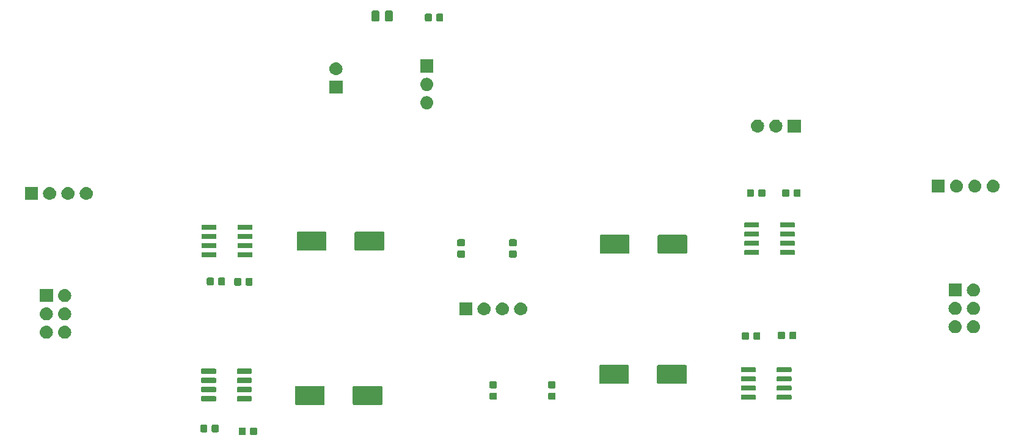
<source format=gbr>
G04 #@! TF.GenerationSoftware,KiCad,Pcbnew,(5.1.2-1)-1*
G04 #@! TF.CreationDate,2021-03-06T08:10:20-07:00*
G04 #@! TF.ProjectId,audio_quad_minimal,61756469-6f5f-4717-9561-645f6d696e69,rev?*
G04 #@! TF.SameCoordinates,Original*
G04 #@! TF.FileFunction,Soldermask,Top*
G04 #@! TF.FilePolarity,Negative*
%FSLAX46Y46*%
G04 Gerber Fmt 4.6, Leading zero omitted, Abs format (unit mm)*
G04 Created by KiCad (PCBNEW (5.1.2-1)-1) date 2021-03-06 08:10:20*
%MOMM*%
%LPD*%
G04 APERTURE LIST*
%ADD10C,0.100000*%
G04 APERTURE END LIST*
D10*
G36*
X78917091Y-108380585D02*
G01*
X78951069Y-108390893D01*
X78982390Y-108407634D01*
X79009839Y-108430161D01*
X79032366Y-108457610D01*
X79049107Y-108488931D01*
X79059415Y-108522909D01*
X79063500Y-108564390D01*
X79063500Y-109240610D01*
X79059415Y-109282091D01*
X79049107Y-109316069D01*
X79032366Y-109347390D01*
X79009839Y-109374839D01*
X78982390Y-109397366D01*
X78951069Y-109414107D01*
X78917091Y-109424415D01*
X78875610Y-109428500D01*
X78274390Y-109428500D01*
X78232909Y-109424415D01*
X78198931Y-109414107D01*
X78167610Y-109397366D01*
X78140161Y-109374839D01*
X78117634Y-109347390D01*
X78100893Y-109316069D01*
X78090585Y-109282091D01*
X78086500Y-109240610D01*
X78086500Y-108564390D01*
X78090585Y-108522909D01*
X78100893Y-108488931D01*
X78117634Y-108457610D01*
X78140161Y-108430161D01*
X78167610Y-108407634D01*
X78198931Y-108390893D01*
X78232909Y-108380585D01*
X78274390Y-108376500D01*
X78875610Y-108376500D01*
X78917091Y-108380585D01*
X78917091Y-108380585D01*
G37*
G36*
X77342091Y-108380585D02*
G01*
X77376069Y-108390893D01*
X77407390Y-108407634D01*
X77434839Y-108430161D01*
X77457366Y-108457610D01*
X77474107Y-108488931D01*
X77484415Y-108522909D01*
X77488500Y-108564390D01*
X77488500Y-109240610D01*
X77484415Y-109282091D01*
X77474107Y-109316069D01*
X77457366Y-109347390D01*
X77434839Y-109374839D01*
X77407390Y-109397366D01*
X77376069Y-109414107D01*
X77342091Y-109424415D01*
X77300610Y-109428500D01*
X76699390Y-109428500D01*
X76657909Y-109424415D01*
X76623931Y-109414107D01*
X76592610Y-109397366D01*
X76565161Y-109374839D01*
X76542634Y-109347390D01*
X76525893Y-109316069D01*
X76515585Y-109282091D01*
X76511500Y-109240610D01*
X76511500Y-108564390D01*
X76515585Y-108522909D01*
X76525893Y-108488931D01*
X76542634Y-108457610D01*
X76565161Y-108430161D01*
X76592610Y-108407634D01*
X76623931Y-108390893D01*
X76657909Y-108380585D01*
X76699390Y-108376500D01*
X77300610Y-108376500D01*
X77342091Y-108380585D01*
X77342091Y-108380585D01*
G37*
G36*
X73583091Y-107999585D02*
G01*
X73617069Y-108009893D01*
X73648390Y-108026634D01*
X73675839Y-108049161D01*
X73698366Y-108076610D01*
X73715107Y-108107931D01*
X73725415Y-108141909D01*
X73729500Y-108183390D01*
X73729500Y-108859610D01*
X73725415Y-108901091D01*
X73715107Y-108935069D01*
X73698366Y-108966390D01*
X73675839Y-108993839D01*
X73648390Y-109016366D01*
X73617069Y-109033107D01*
X73583091Y-109043415D01*
X73541610Y-109047500D01*
X72940390Y-109047500D01*
X72898909Y-109043415D01*
X72864931Y-109033107D01*
X72833610Y-109016366D01*
X72806161Y-108993839D01*
X72783634Y-108966390D01*
X72766893Y-108935069D01*
X72756585Y-108901091D01*
X72752500Y-108859610D01*
X72752500Y-108183390D01*
X72756585Y-108141909D01*
X72766893Y-108107931D01*
X72783634Y-108076610D01*
X72806161Y-108049161D01*
X72833610Y-108026634D01*
X72864931Y-108009893D01*
X72898909Y-107999585D01*
X72940390Y-107995500D01*
X73541610Y-107995500D01*
X73583091Y-107999585D01*
X73583091Y-107999585D01*
G37*
G36*
X72008091Y-107999585D02*
G01*
X72042069Y-108009893D01*
X72073390Y-108026634D01*
X72100839Y-108049161D01*
X72123366Y-108076610D01*
X72140107Y-108107931D01*
X72150415Y-108141909D01*
X72154500Y-108183390D01*
X72154500Y-108859610D01*
X72150415Y-108901091D01*
X72140107Y-108935069D01*
X72123366Y-108966390D01*
X72100839Y-108993839D01*
X72073390Y-109016366D01*
X72042069Y-109033107D01*
X72008091Y-109043415D01*
X71966610Y-109047500D01*
X71365390Y-109047500D01*
X71323909Y-109043415D01*
X71289931Y-109033107D01*
X71258610Y-109016366D01*
X71231161Y-108993839D01*
X71208634Y-108966390D01*
X71191893Y-108935069D01*
X71181585Y-108901091D01*
X71177500Y-108859610D01*
X71177500Y-108183390D01*
X71181585Y-108141909D01*
X71191893Y-108107931D01*
X71208634Y-108076610D01*
X71231161Y-108049161D01*
X71258610Y-108026634D01*
X71289931Y-108009893D01*
X71323909Y-107999585D01*
X71365390Y-107995500D01*
X71966610Y-107995500D01*
X72008091Y-107999585D01*
X72008091Y-107999585D01*
G37*
G36*
X96282434Y-102652171D02*
G01*
X96312377Y-102661254D01*
X96339965Y-102676000D01*
X96364151Y-102695849D01*
X96384000Y-102720035D01*
X96398746Y-102747623D01*
X96407829Y-102777566D01*
X96411500Y-102814840D01*
X96411500Y-105084160D01*
X96407829Y-105121434D01*
X96398746Y-105151377D01*
X96384000Y-105178965D01*
X96364151Y-105203151D01*
X96339965Y-105223000D01*
X96312377Y-105237746D01*
X96282434Y-105246829D01*
X96245160Y-105250500D01*
X92475840Y-105250500D01*
X92438566Y-105246829D01*
X92408623Y-105237746D01*
X92381035Y-105223000D01*
X92356849Y-105203151D01*
X92337000Y-105178965D01*
X92322254Y-105151377D01*
X92313171Y-105121434D01*
X92309500Y-105084160D01*
X92309500Y-102814840D01*
X92313171Y-102777566D01*
X92322254Y-102747623D01*
X92337000Y-102720035D01*
X92356849Y-102695849D01*
X92381035Y-102676000D01*
X92408623Y-102661254D01*
X92438566Y-102652171D01*
X92475840Y-102648500D01*
X96245160Y-102648500D01*
X96282434Y-102652171D01*
X96282434Y-102652171D01*
G37*
G36*
X88282434Y-102652171D02*
G01*
X88312377Y-102661254D01*
X88339965Y-102676000D01*
X88364151Y-102695849D01*
X88384000Y-102720035D01*
X88398746Y-102747623D01*
X88407829Y-102777566D01*
X88411500Y-102814840D01*
X88411500Y-105084160D01*
X88407829Y-105121434D01*
X88398746Y-105151377D01*
X88384000Y-105178965D01*
X88364151Y-105203151D01*
X88339965Y-105223000D01*
X88312377Y-105237746D01*
X88282434Y-105246829D01*
X88245160Y-105250500D01*
X84475840Y-105250500D01*
X84438566Y-105246829D01*
X84408623Y-105237746D01*
X84381035Y-105223000D01*
X84356849Y-105203151D01*
X84337000Y-105178965D01*
X84322254Y-105151377D01*
X84313171Y-105121434D01*
X84309500Y-105084160D01*
X84309500Y-102814840D01*
X84313171Y-102777566D01*
X84322254Y-102747623D01*
X84337000Y-102720035D01*
X84356849Y-102695849D01*
X84381035Y-102676000D01*
X84408623Y-102661254D01*
X84438566Y-102652171D01*
X84475840Y-102648500D01*
X88245160Y-102648500D01*
X88282434Y-102652171D01*
X88282434Y-102652171D01*
G37*
G36*
X78212928Y-104045764D02*
G01*
X78234009Y-104052160D01*
X78253445Y-104062548D01*
X78270476Y-104076524D01*
X78284452Y-104093555D01*
X78294840Y-104112991D01*
X78301236Y-104134072D01*
X78304000Y-104162140D01*
X78304000Y-104625860D01*
X78301236Y-104653928D01*
X78294840Y-104675009D01*
X78284452Y-104694445D01*
X78270476Y-104711476D01*
X78253445Y-104725452D01*
X78234009Y-104735840D01*
X78212928Y-104742236D01*
X78184860Y-104745000D01*
X76371140Y-104745000D01*
X76343072Y-104742236D01*
X76321991Y-104735840D01*
X76302555Y-104725452D01*
X76285524Y-104711476D01*
X76271548Y-104694445D01*
X76261160Y-104675009D01*
X76254764Y-104653928D01*
X76252000Y-104625860D01*
X76252000Y-104162140D01*
X76254764Y-104134072D01*
X76261160Y-104112991D01*
X76271548Y-104093555D01*
X76285524Y-104076524D01*
X76302555Y-104062548D01*
X76321991Y-104052160D01*
X76343072Y-104045764D01*
X76371140Y-104043000D01*
X78184860Y-104043000D01*
X78212928Y-104045764D01*
X78212928Y-104045764D01*
G37*
G36*
X73262928Y-104045764D02*
G01*
X73284009Y-104052160D01*
X73303445Y-104062548D01*
X73320476Y-104076524D01*
X73334452Y-104093555D01*
X73344840Y-104112991D01*
X73351236Y-104134072D01*
X73354000Y-104162140D01*
X73354000Y-104625860D01*
X73351236Y-104653928D01*
X73344840Y-104675009D01*
X73334452Y-104694445D01*
X73320476Y-104711476D01*
X73303445Y-104725452D01*
X73284009Y-104735840D01*
X73262928Y-104742236D01*
X73234860Y-104745000D01*
X71421140Y-104745000D01*
X71393072Y-104742236D01*
X71371991Y-104735840D01*
X71352555Y-104725452D01*
X71335524Y-104711476D01*
X71321548Y-104694445D01*
X71311160Y-104675009D01*
X71304764Y-104653928D01*
X71302000Y-104625860D01*
X71302000Y-104162140D01*
X71304764Y-104134072D01*
X71311160Y-104112991D01*
X71321548Y-104093555D01*
X71335524Y-104076524D01*
X71352555Y-104062548D01*
X71371991Y-104052160D01*
X71393072Y-104045764D01*
X71421140Y-104043000D01*
X73234860Y-104043000D01*
X73262928Y-104045764D01*
X73262928Y-104045764D01*
G37*
G36*
X148065928Y-103855264D02*
G01*
X148087009Y-103861660D01*
X148106445Y-103872048D01*
X148123476Y-103886024D01*
X148137452Y-103903055D01*
X148147840Y-103922491D01*
X148154236Y-103943572D01*
X148157000Y-103971640D01*
X148157000Y-104435360D01*
X148154236Y-104463428D01*
X148147840Y-104484509D01*
X148137452Y-104503945D01*
X148123476Y-104520976D01*
X148106445Y-104534952D01*
X148087009Y-104545340D01*
X148065928Y-104551736D01*
X148037860Y-104554500D01*
X146224140Y-104554500D01*
X146196072Y-104551736D01*
X146174991Y-104545340D01*
X146155555Y-104534952D01*
X146138524Y-104520976D01*
X146124548Y-104503945D01*
X146114160Y-104484509D01*
X146107764Y-104463428D01*
X146105000Y-104435360D01*
X146105000Y-103971640D01*
X146107764Y-103943572D01*
X146114160Y-103922491D01*
X146124548Y-103903055D01*
X146138524Y-103886024D01*
X146155555Y-103872048D01*
X146174991Y-103861660D01*
X146196072Y-103855264D01*
X146224140Y-103852500D01*
X148037860Y-103852500D01*
X148065928Y-103855264D01*
X148065928Y-103855264D01*
G37*
G36*
X153015928Y-103855264D02*
G01*
X153037009Y-103861660D01*
X153056445Y-103872048D01*
X153073476Y-103886024D01*
X153087452Y-103903055D01*
X153097840Y-103922491D01*
X153104236Y-103943572D01*
X153107000Y-103971640D01*
X153107000Y-104435360D01*
X153104236Y-104463428D01*
X153097840Y-104484509D01*
X153087452Y-104503945D01*
X153073476Y-104520976D01*
X153056445Y-104534952D01*
X153037009Y-104545340D01*
X153015928Y-104551736D01*
X152987860Y-104554500D01*
X151174140Y-104554500D01*
X151146072Y-104551736D01*
X151124991Y-104545340D01*
X151105555Y-104534952D01*
X151088524Y-104520976D01*
X151074548Y-104503945D01*
X151064160Y-104484509D01*
X151057764Y-104463428D01*
X151055000Y-104435360D01*
X151055000Y-103971640D01*
X151057764Y-103943572D01*
X151064160Y-103922491D01*
X151074548Y-103903055D01*
X151088524Y-103886024D01*
X151105555Y-103872048D01*
X151124991Y-103861660D01*
X151146072Y-103855264D01*
X151174140Y-103852500D01*
X152987860Y-103852500D01*
X153015928Y-103855264D01*
X153015928Y-103855264D01*
G37*
G36*
X120267591Y-103554085D02*
G01*
X120301569Y-103564393D01*
X120332890Y-103581134D01*
X120360339Y-103603661D01*
X120382866Y-103631110D01*
X120399607Y-103662431D01*
X120409915Y-103696409D01*
X120414000Y-103737890D01*
X120414000Y-104339110D01*
X120409915Y-104380591D01*
X120399607Y-104414569D01*
X120382866Y-104445890D01*
X120360339Y-104473339D01*
X120332890Y-104495866D01*
X120301569Y-104512607D01*
X120267591Y-104522915D01*
X120226110Y-104527000D01*
X119549890Y-104527000D01*
X119508409Y-104522915D01*
X119474431Y-104512607D01*
X119443110Y-104495866D01*
X119415661Y-104473339D01*
X119393134Y-104445890D01*
X119376393Y-104414569D01*
X119366085Y-104380591D01*
X119362000Y-104339110D01*
X119362000Y-103737890D01*
X119366085Y-103696409D01*
X119376393Y-103662431D01*
X119393134Y-103631110D01*
X119415661Y-103603661D01*
X119443110Y-103581134D01*
X119474431Y-103564393D01*
X119508409Y-103554085D01*
X119549890Y-103550000D01*
X120226110Y-103550000D01*
X120267591Y-103554085D01*
X120267591Y-103554085D01*
G37*
G36*
X112139591Y-103554085D02*
G01*
X112173569Y-103564393D01*
X112204890Y-103581134D01*
X112232339Y-103603661D01*
X112254866Y-103631110D01*
X112271607Y-103662431D01*
X112281915Y-103696409D01*
X112286000Y-103737890D01*
X112286000Y-104339110D01*
X112281915Y-104380591D01*
X112271607Y-104414569D01*
X112254866Y-104445890D01*
X112232339Y-104473339D01*
X112204890Y-104495866D01*
X112173569Y-104512607D01*
X112139591Y-104522915D01*
X112098110Y-104527000D01*
X111421890Y-104527000D01*
X111380409Y-104522915D01*
X111346431Y-104512607D01*
X111315110Y-104495866D01*
X111287661Y-104473339D01*
X111265134Y-104445890D01*
X111248393Y-104414569D01*
X111238085Y-104380591D01*
X111234000Y-104339110D01*
X111234000Y-103737890D01*
X111238085Y-103696409D01*
X111248393Y-103662431D01*
X111265134Y-103631110D01*
X111287661Y-103603661D01*
X111315110Y-103581134D01*
X111346431Y-103564393D01*
X111380409Y-103554085D01*
X111421890Y-103550000D01*
X112098110Y-103550000D01*
X112139591Y-103554085D01*
X112139591Y-103554085D01*
G37*
G36*
X78212928Y-102775764D02*
G01*
X78234009Y-102782160D01*
X78253445Y-102792548D01*
X78270476Y-102806524D01*
X78284452Y-102823555D01*
X78294840Y-102842991D01*
X78301236Y-102864072D01*
X78304000Y-102892140D01*
X78304000Y-103355860D01*
X78301236Y-103383928D01*
X78294840Y-103405009D01*
X78284452Y-103424445D01*
X78270476Y-103441476D01*
X78253445Y-103455452D01*
X78234009Y-103465840D01*
X78212928Y-103472236D01*
X78184860Y-103475000D01*
X76371140Y-103475000D01*
X76343072Y-103472236D01*
X76321991Y-103465840D01*
X76302555Y-103455452D01*
X76285524Y-103441476D01*
X76271548Y-103424445D01*
X76261160Y-103405009D01*
X76254764Y-103383928D01*
X76252000Y-103355860D01*
X76252000Y-102892140D01*
X76254764Y-102864072D01*
X76261160Y-102842991D01*
X76271548Y-102823555D01*
X76285524Y-102806524D01*
X76302555Y-102792548D01*
X76321991Y-102782160D01*
X76343072Y-102775764D01*
X76371140Y-102773000D01*
X78184860Y-102773000D01*
X78212928Y-102775764D01*
X78212928Y-102775764D01*
G37*
G36*
X73262928Y-102775764D02*
G01*
X73284009Y-102782160D01*
X73303445Y-102792548D01*
X73320476Y-102806524D01*
X73334452Y-102823555D01*
X73344840Y-102842991D01*
X73351236Y-102864072D01*
X73354000Y-102892140D01*
X73354000Y-103355860D01*
X73351236Y-103383928D01*
X73344840Y-103405009D01*
X73334452Y-103424445D01*
X73320476Y-103441476D01*
X73303445Y-103455452D01*
X73284009Y-103465840D01*
X73262928Y-103472236D01*
X73234860Y-103475000D01*
X71421140Y-103475000D01*
X71393072Y-103472236D01*
X71371991Y-103465840D01*
X71352555Y-103455452D01*
X71335524Y-103441476D01*
X71321548Y-103424445D01*
X71311160Y-103405009D01*
X71304764Y-103383928D01*
X71302000Y-103355860D01*
X71302000Y-102892140D01*
X71304764Y-102864072D01*
X71311160Y-102842991D01*
X71321548Y-102823555D01*
X71335524Y-102806524D01*
X71352555Y-102792548D01*
X71371991Y-102782160D01*
X71393072Y-102775764D01*
X71421140Y-102773000D01*
X73234860Y-102773000D01*
X73262928Y-102775764D01*
X73262928Y-102775764D01*
G37*
G36*
X148065928Y-102585264D02*
G01*
X148087009Y-102591660D01*
X148106445Y-102602048D01*
X148123476Y-102616024D01*
X148137452Y-102633055D01*
X148147840Y-102652491D01*
X148154236Y-102673572D01*
X148157000Y-102701640D01*
X148157000Y-103165360D01*
X148154236Y-103193428D01*
X148147840Y-103214509D01*
X148137452Y-103233945D01*
X148123476Y-103250976D01*
X148106445Y-103264952D01*
X148087009Y-103275340D01*
X148065928Y-103281736D01*
X148037860Y-103284500D01*
X146224140Y-103284500D01*
X146196072Y-103281736D01*
X146174991Y-103275340D01*
X146155555Y-103264952D01*
X146138524Y-103250976D01*
X146124548Y-103233945D01*
X146114160Y-103214509D01*
X146107764Y-103193428D01*
X146105000Y-103165360D01*
X146105000Y-102701640D01*
X146107764Y-102673572D01*
X146114160Y-102652491D01*
X146124548Y-102633055D01*
X146138524Y-102616024D01*
X146155555Y-102602048D01*
X146174991Y-102591660D01*
X146196072Y-102585264D01*
X146224140Y-102582500D01*
X148037860Y-102582500D01*
X148065928Y-102585264D01*
X148065928Y-102585264D01*
G37*
G36*
X153015928Y-102585264D02*
G01*
X153037009Y-102591660D01*
X153056445Y-102602048D01*
X153073476Y-102616024D01*
X153087452Y-102633055D01*
X153097840Y-102652491D01*
X153104236Y-102673572D01*
X153107000Y-102701640D01*
X153107000Y-103165360D01*
X153104236Y-103193428D01*
X153097840Y-103214509D01*
X153087452Y-103233945D01*
X153073476Y-103250976D01*
X153056445Y-103264952D01*
X153037009Y-103275340D01*
X153015928Y-103281736D01*
X152987860Y-103284500D01*
X151174140Y-103284500D01*
X151146072Y-103281736D01*
X151124991Y-103275340D01*
X151105555Y-103264952D01*
X151088524Y-103250976D01*
X151074548Y-103233945D01*
X151064160Y-103214509D01*
X151057764Y-103193428D01*
X151055000Y-103165360D01*
X151055000Y-102701640D01*
X151057764Y-102673572D01*
X151064160Y-102652491D01*
X151074548Y-102633055D01*
X151088524Y-102616024D01*
X151105555Y-102602048D01*
X151124991Y-102591660D01*
X151146072Y-102585264D01*
X151174140Y-102582500D01*
X152987860Y-102582500D01*
X153015928Y-102585264D01*
X153015928Y-102585264D01*
G37*
G36*
X120267591Y-101979085D02*
G01*
X120301569Y-101989393D01*
X120332890Y-102006134D01*
X120360339Y-102028661D01*
X120382866Y-102056110D01*
X120399607Y-102087431D01*
X120409915Y-102121409D01*
X120414000Y-102162890D01*
X120414000Y-102764110D01*
X120409915Y-102805591D01*
X120399607Y-102839569D01*
X120382866Y-102870890D01*
X120360339Y-102898339D01*
X120332890Y-102920866D01*
X120301569Y-102937607D01*
X120267591Y-102947915D01*
X120226110Y-102952000D01*
X119549890Y-102952000D01*
X119508409Y-102947915D01*
X119474431Y-102937607D01*
X119443110Y-102920866D01*
X119415661Y-102898339D01*
X119393134Y-102870890D01*
X119376393Y-102839569D01*
X119366085Y-102805591D01*
X119362000Y-102764110D01*
X119362000Y-102162890D01*
X119366085Y-102121409D01*
X119376393Y-102087431D01*
X119393134Y-102056110D01*
X119415661Y-102028661D01*
X119443110Y-102006134D01*
X119474431Y-101989393D01*
X119508409Y-101979085D01*
X119549890Y-101975000D01*
X120226110Y-101975000D01*
X120267591Y-101979085D01*
X120267591Y-101979085D01*
G37*
G36*
X112139591Y-101979085D02*
G01*
X112173569Y-101989393D01*
X112204890Y-102006134D01*
X112232339Y-102028661D01*
X112254866Y-102056110D01*
X112271607Y-102087431D01*
X112281915Y-102121409D01*
X112286000Y-102162890D01*
X112286000Y-102764110D01*
X112281915Y-102805591D01*
X112271607Y-102839569D01*
X112254866Y-102870890D01*
X112232339Y-102898339D01*
X112204890Y-102920866D01*
X112173569Y-102937607D01*
X112139591Y-102947915D01*
X112098110Y-102952000D01*
X111421890Y-102952000D01*
X111380409Y-102947915D01*
X111346431Y-102937607D01*
X111315110Y-102920866D01*
X111287661Y-102898339D01*
X111265134Y-102870890D01*
X111248393Y-102839569D01*
X111238085Y-102805591D01*
X111234000Y-102764110D01*
X111234000Y-102162890D01*
X111238085Y-102121409D01*
X111248393Y-102087431D01*
X111265134Y-102056110D01*
X111287661Y-102028661D01*
X111315110Y-102006134D01*
X111346431Y-101989393D01*
X111380409Y-101979085D01*
X111421890Y-101975000D01*
X112098110Y-101975000D01*
X112139591Y-101979085D01*
X112139591Y-101979085D01*
G37*
G36*
X130446434Y-99731171D02*
G01*
X130476377Y-99740254D01*
X130503965Y-99755000D01*
X130528151Y-99774849D01*
X130548000Y-99799035D01*
X130562746Y-99826623D01*
X130571829Y-99856566D01*
X130575500Y-99893840D01*
X130575500Y-102163160D01*
X130571829Y-102200434D01*
X130562746Y-102230377D01*
X130548000Y-102257965D01*
X130528151Y-102282151D01*
X130503965Y-102302000D01*
X130476377Y-102316746D01*
X130446434Y-102325829D01*
X130409160Y-102329500D01*
X126639840Y-102329500D01*
X126602566Y-102325829D01*
X126572623Y-102316746D01*
X126545035Y-102302000D01*
X126520849Y-102282151D01*
X126501000Y-102257965D01*
X126486254Y-102230377D01*
X126477171Y-102200434D01*
X126473500Y-102163160D01*
X126473500Y-99893840D01*
X126477171Y-99856566D01*
X126486254Y-99826623D01*
X126501000Y-99799035D01*
X126520849Y-99774849D01*
X126545035Y-99755000D01*
X126572623Y-99740254D01*
X126602566Y-99731171D01*
X126639840Y-99727500D01*
X130409160Y-99727500D01*
X130446434Y-99731171D01*
X130446434Y-99731171D01*
G37*
G36*
X138446434Y-99731171D02*
G01*
X138476377Y-99740254D01*
X138503965Y-99755000D01*
X138528151Y-99774849D01*
X138548000Y-99799035D01*
X138562746Y-99826623D01*
X138571829Y-99856566D01*
X138575500Y-99893840D01*
X138575500Y-102163160D01*
X138571829Y-102200434D01*
X138562746Y-102230377D01*
X138548000Y-102257965D01*
X138528151Y-102282151D01*
X138503965Y-102302000D01*
X138476377Y-102316746D01*
X138446434Y-102325829D01*
X138409160Y-102329500D01*
X134639840Y-102329500D01*
X134602566Y-102325829D01*
X134572623Y-102316746D01*
X134545035Y-102302000D01*
X134520849Y-102282151D01*
X134501000Y-102257965D01*
X134486254Y-102230377D01*
X134477171Y-102200434D01*
X134473500Y-102163160D01*
X134473500Y-99893840D01*
X134477171Y-99856566D01*
X134486254Y-99826623D01*
X134501000Y-99799035D01*
X134520849Y-99774849D01*
X134545035Y-99755000D01*
X134572623Y-99740254D01*
X134602566Y-99731171D01*
X134639840Y-99727500D01*
X138409160Y-99727500D01*
X138446434Y-99731171D01*
X138446434Y-99731171D01*
G37*
G36*
X73262928Y-101505764D02*
G01*
X73284009Y-101512160D01*
X73303445Y-101522548D01*
X73320476Y-101536524D01*
X73334452Y-101553555D01*
X73344840Y-101572991D01*
X73351236Y-101594072D01*
X73354000Y-101622140D01*
X73354000Y-102085860D01*
X73351236Y-102113928D01*
X73344840Y-102135009D01*
X73334452Y-102154445D01*
X73320476Y-102171476D01*
X73303445Y-102185452D01*
X73284009Y-102195840D01*
X73262928Y-102202236D01*
X73234860Y-102205000D01*
X71421140Y-102205000D01*
X71393072Y-102202236D01*
X71371991Y-102195840D01*
X71352555Y-102185452D01*
X71335524Y-102171476D01*
X71321548Y-102154445D01*
X71311160Y-102135009D01*
X71304764Y-102113928D01*
X71302000Y-102085860D01*
X71302000Y-101622140D01*
X71304764Y-101594072D01*
X71311160Y-101572991D01*
X71321548Y-101553555D01*
X71335524Y-101536524D01*
X71352555Y-101522548D01*
X71371991Y-101512160D01*
X71393072Y-101505764D01*
X71421140Y-101503000D01*
X73234860Y-101503000D01*
X73262928Y-101505764D01*
X73262928Y-101505764D01*
G37*
G36*
X78212928Y-101505764D02*
G01*
X78234009Y-101512160D01*
X78253445Y-101522548D01*
X78270476Y-101536524D01*
X78284452Y-101553555D01*
X78294840Y-101572991D01*
X78301236Y-101594072D01*
X78304000Y-101622140D01*
X78304000Y-102085860D01*
X78301236Y-102113928D01*
X78294840Y-102135009D01*
X78284452Y-102154445D01*
X78270476Y-102171476D01*
X78253445Y-102185452D01*
X78234009Y-102195840D01*
X78212928Y-102202236D01*
X78184860Y-102205000D01*
X76371140Y-102205000D01*
X76343072Y-102202236D01*
X76321991Y-102195840D01*
X76302555Y-102185452D01*
X76285524Y-102171476D01*
X76271548Y-102154445D01*
X76261160Y-102135009D01*
X76254764Y-102113928D01*
X76252000Y-102085860D01*
X76252000Y-101622140D01*
X76254764Y-101594072D01*
X76261160Y-101572991D01*
X76271548Y-101553555D01*
X76285524Y-101536524D01*
X76302555Y-101522548D01*
X76321991Y-101512160D01*
X76343072Y-101505764D01*
X76371140Y-101503000D01*
X78184860Y-101503000D01*
X78212928Y-101505764D01*
X78212928Y-101505764D01*
G37*
G36*
X148065928Y-101315264D02*
G01*
X148087009Y-101321660D01*
X148106445Y-101332048D01*
X148123476Y-101346024D01*
X148137452Y-101363055D01*
X148147840Y-101382491D01*
X148154236Y-101403572D01*
X148157000Y-101431640D01*
X148157000Y-101895360D01*
X148154236Y-101923428D01*
X148147840Y-101944509D01*
X148137452Y-101963945D01*
X148123476Y-101980976D01*
X148106445Y-101994952D01*
X148087009Y-102005340D01*
X148065928Y-102011736D01*
X148037860Y-102014500D01*
X146224140Y-102014500D01*
X146196072Y-102011736D01*
X146174991Y-102005340D01*
X146155555Y-101994952D01*
X146138524Y-101980976D01*
X146124548Y-101963945D01*
X146114160Y-101944509D01*
X146107764Y-101923428D01*
X146105000Y-101895360D01*
X146105000Y-101431640D01*
X146107764Y-101403572D01*
X146114160Y-101382491D01*
X146124548Y-101363055D01*
X146138524Y-101346024D01*
X146155555Y-101332048D01*
X146174991Y-101321660D01*
X146196072Y-101315264D01*
X146224140Y-101312500D01*
X148037860Y-101312500D01*
X148065928Y-101315264D01*
X148065928Y-101315264D01*
G37*
G36*
X153015928Y-101315264D02*
G01*
X153037009Y-101321660D01*
X153056445Y-101332048D01*
X153073476Y-101346024D01*
X153087452Y-101363055D01*
X153097840Y-101382491D01*
X153104236Y-101403572D01*
X153107000Y-101431640D01*
X153107000Y-101895360D01*
X153104236Y-101923428D01*
X153097840Y-101944509D01*
X153087452Y-101963945D01*
X153073476Y-101980976D01*
X153056445Y-101994952D01*
X153037009Y-102005340D01*
X153015928Y-102011736D01*
X152987860Y-102014500D01*
X151174140Y-102014500D01*
X151146072Y-102011736D01*
X151124991Y-102005340D01*
X151105555Y-101994952D01*
X151088524Y-101980976D01*
X151074548Y-101963945D01*
X151064160Y-101944509D01*
X151057764Y-101923428D01*
X151055000Y-101895360D01*
X151055000Y-101431640D01*
X151057764Y-101403572D01*
X151064160Y-101382491D01*
X151074548Y-101363055D01*
X151088524Y-101346024D01*
X151105555Y-101332048D01*
X151124991Y-101321660D01*
X151146072Y-101315264D01*
X151174140Y-101312500D01*
X152987860Y-101312500D01*
X153015928Y-101315264D01*
X153015928Y-101315264D01*
G37*
G36*
X78212928Y-100235764D02*
G01*
X78234009Y-100242160D01*
X78253445Y-100252548D01*
X78270476Y-100266524D01*
X78284452Y-100283555D01*
X78294840Y-100302991D01*
X78301236Y-100324072D01*
X78304000Y-100352140D01*
X78304000Y-100815860D01*
X78301236Y-100843928D01*
X78294840Y-100865009D01*
X78284452Y-100884445D01*
X78270476Y-100901476D01*
X78253445Y-100915452D01*
X78234009Y-100925840D01*
X78212928Y-100932236D01*
X78184860Y-100935000D01*
X76371140Y-100935000D01*
X76343072Y-100932236D01*
X76321991Y-100925840D01*
X76302555Y-100915452D01*
X76285524Y-100901476D01*
X76271548Y-100884445D01*
X76261160Y-100865009D01*
X76254764Y-100843928D01*
X76252000Y-100815860D01*
X76252000Y-100352140D01*
X76254764Y-100324072D01*
X76261160Y-100302991D01*
X76271548Y-100283555D01*
X76285524Y-100266524D01*
X76302555Y-100252548D01*
X76321991Y-100242160D01*
X76343072Y-100235764D01*
X76371140Y-100233000D01*
X78184860Y-100233000D01*
X78212928Y-100235764D01*
X78212928Y-100235764D01*
G37*
G36*
X73262928Y-100235764D02*
G01*
X73284009Y-100242160D01*
X73303445Y-100252548D01*
X73320476Y-100266524D01*
X73334452Y-100283555D01*
X73344840Y-100302991D01*
X73351236Y-100324072D01*
X73354000Y-100352140D01*
X73354000Y-100815860D01*
X73351236Y-100843928D01*
X73344840Y-100865009D01*
X73334452Y-100884445D01*
X73320476Y-100901476D01*
X73303445Y-100915452D01*
X73284009Y-100925840D01*
X73262928Y-100932236D01*
X73234860Y-100935000D01*
X71421140Y-100935000D01*
X71393072Y-100932236D01*
X71371991Y-100925840D01*
X71352555Y-100915452D01*
X71335524Y-100901476D01*
X71321548Y-100884445D01*
X71311160Y-100865009D01*
X71304764Y-100843928D01*
X71302000Y-100815860D01*
X71302000Y-100352140D01*
X71304764Y-100324072D01*
X71311160Y-100302991D01*
X71321548Y-100283555D01*
X71335524Y-100266524D01*
X71352555Y-100252548D01*
X71371991Y-100242160D01*
X71393072Y-100235764D01*
X71421140Y-100233000D01*
X73234860Y-100233000D01*
X73262928Y-100235764D01*
X73262928Y-100235764D01*
G37*
G36*
X148065928Y-100045264D02*
G01*
X148087009Y-100051660D01*
X148106445Y-100062048D01*
X148123476Y-100076024D01*
X148137452Y-100093055D01*
X148147840Y-100112491D01*
X148154236Y-100133572D01*
X148157000Y-100161640D01*
X148157000Y-100625360D01*
X148154236Y-100653428D01*
X148147840Y-100674509D01*
X148137452Y-100693945D01*
X148123476Y-100710976D01*
X148106445Y-100724952D01*
X148087009Y-100735340D01*
X148065928Y-100741736D01*
X148037860Y-100744500D01*
X146224140Y-100744500D01*
X146196072Y-100741736D01*
X146174991Y-100735340D01*
X146155555Y-100724952D01*
X146138524Y-100710976D01*
X146124548Y-100693945D01*
X146114160Y-100674509D01*
X146107764Y-100653428D01*
X146105000Y-100625360D01*
X146105000Y-100161640D01*
X146107764Y-100133572D01*
X146114160Y-100112491D01*
X146124548Y-100093055D01*
X146138524Y-100076024D01*
X146155555Y-100062048D01*
X146174991Y-100051660D01*
X146196072Y-100045264D01*
X146224140Y-100042500D01*
X148037860Y-100042500D01*
X148065928Y-100045264D01*
X148065928Y-100045264D01*
G37*
G36*
X153015928Y-100045264D02*
G01*
X153037009Y-100051660D01*
X153056445Y-100062048D01*
X153073476Y-100076024D01*
X153087452Y-100093055D01*
X153097840Y-100112491D01*
X153104236Y-100133572D01*
X153107000Y-100161640D01*
X153107000Y-100625360D01*
X153104236Y-100653428D01*
X153097840Y-100674509D01*
X153087452Y-100693945D01*
X153073476Y-100710976D01*
X153056445Y-100724952D01*
X153037009Y-100735340D01*
X153015928Y-100741736D01*
X152987860Y-100744500D01*
X151174140Y-100744500D01*
X151146072Y-100741736D01*
X151124991Y-100735340D01*
X151105555Y-100724952D01*
X151088524Y-100710976D01*
X151074548Y-100693945D01*
X151064160Y-100674509D01*
X151057764Y-100653428D01*
X151055000Y-100625360D01*
X151055000Y-100161640D01*
X151057764Y-100133572D01*
X151064160Y-100112491D01*
X151074548Y-100093055D01*
X151088524Y-100076024D01*
X151105555Y-100062048D01*
X151124991Y-100051660D01*
X151146072Y-100045264D01*
X151174140Y-100042500D01*
X152987860Y-100042500D01*
X153015928Y-100045264D01*
X153015928Y-100045264D01*
G37*
G36*
X148640091Y-95172585D02*
G01*
X148674069Y-95182893D01*
X148705390Y-95199634D01*
X148732839Y-95222161D01*
X148755366Y-95249610D01*
X148772107Y-95280931D01*
X148782415Y-95314909D01*
X148786500Y-95356390D01*
X148786500Y-96032610D01*
X148782415Y-96074091D01*
X148772107Y-96108069D01*
X148755366Y-96139390D01*
X148732839Y-96166839D01*
X148705390Y-96189366D01*
X148674069Y-96206107D01*
X148640091Y-96216415D01*
X148598610Y-96220500D01*
X147997390Y-96220500D01*
X147955909Y-96216415D01*
X147921931Y-96206107D01*
X147890610Y-96189366D01*
X147863161Y-96166839D01*
X147840634Y-96139390D01*
X147823893Y-96108069D01*
X147813585Y-96074091D01*
X147809500Y-96032610D01*
X147809500Y-95356390D01*
X147813585Y-95314909D01*
X147823893Y-95280931D01*
X147840634Y-95249610D01*
X147863161Y-95222161D01*
X147890610Y-95199634D01*
X147921931Y-95182893D01*
X147955909Y-95172585D01*
X147997390Y-95168500D01*
X148598610Y-95168500D01*
X148640091Y-95172585D01*
X148640091Y-95172585D01*
G37*
G36*
X147065091Y-95172585D02*
G01*
X147099069Y-95182893D01*
X147130390Y-95199634D01*
X147157839Y-95222161D01*
X147180366Y-95249610D01*
X147197107Y-95280931D01*
X147207415Y-95314909D01*
X147211500Y-95356390D01*
X147211500Y-96032610D01*
X147207415Y-96074091D01*
X147197107Y-96108069D01*
X147180366Y-96139390D01*
X147157839Y-96166839D01*
X147130390Y-96189366D01*
X147099069Y-96206107D01*
X147065091Y-96216415D01*
X147023610Y-96220500D01*
X146422390Y-96220500D01*
X146380909Y-96216415D01*
X146346931Y-96206107D01*
X146315610Y-96189366D01*
X146288161Y-96166839D01*
X146265634Y-96139390D01*
X146248893Y-96108069D01*
X146238585Y-96074091D01*
X146234500Y-96032610D01*
X146234500Y-95356390D01*
X146238585Y-95314909D01*
X146248893Y-95280931D01*
X146265634Y-95249610D01*
X146288161Y-95222161D01*
X146315610Y-95199634D01*
X146346931Y-95182893D01*
X146380909Y-95172585D01*
X146422390Y-95168500D01*
X147023610Y-95168500D01*
X147065091Y-95172585D01*
X147065091Y-95172585D01*
G37*
G36*
X153631091Y-95109085D02*
G01*
X153665069Y-95119393D01*
X153696390Y-95136134D01*
X153723839Y-95158661D01*
X153746366Y-95186110D01*
X153763107Y-95217431D01*
X153773415Y-95251409D01*
X153777500Y-95292890D01*
X153777500Y-95969110D01*
X153773415Y-96010591D01*
X153763107Y-96044569D01*
X153746366Y-96075890D01*
X153723839Y-96103339D01*
X153696390Y-96125866D01*
X153665069Y-96142607D01*
X153631091Y-96152915D01*
X153589610Y-96157000D01*
X152988390Y-96157000D01*
X152946909Y-96152915D01*
X152912931Y-96142607D01*
X152881610Y-96125866D01*
X152854161Y-96103339D01*
X152831634Y-96075890D01*
X152814893Y-96044569D01*
X152804585Y-96010591D01*
X152800500Y-95969110D01*
X152800500Y-95292890D01*
X152804585Y-95251409D01*
X152814893Y-95217431D01*
X152831634Y-95186110D01*
X152854161Y-95158661D01*
X152881610Y-95136134D01*
X152912931Y-95119393D01*
X152946909Y-95109085D01*
X152988390Y-95105000D01*
X153589610Y-95105000D01*
X153631091Y-95109085D01*
X153631091Y-95109085D01*
G37*
G36*
X152056091Y-95109085D02*
G01*
X152090069Y-95119393D01*
X152121390Y-95136134D01*
X152148839Y-95158661D01*
X152171366Y-95186110D01*
X152188107Y-95217431D01*
X152198415Y-95251409D01*
X152202500Y-95292890D01*
X152202500Y-95969110D01*
X152198415Y-96010591D01*
X152188107Y-96044569D01*
X152171366Y-96075890D01*
X152148839Y-96103339D01*
X152121390Y-96125866D01*
X152090069Y-96142607D01*
X152056091Y-96152915D01*
X152014610Y-96157000D01*
X151413390Y-96157000D01*
X151371909Y-96152915D01*
X151337931Y-96142607D01*
X151306610Y-96125866D01*
X151279161Y-96103339D01*
X151256634Y-96075890D01*
X151239893Y-96044569D01*
X151229585Y-96010591D01*
X151225500Y-95969110D01*
X151225500Y-95292890D01*
X151229585Y-95251409D01*
X151239893Y-95217431D01*
X151256634Y-95186110D01*
X151279161Y-95158661D01*
X151306610Y-95136134D01*
X151337931Y-95119393D01*
X151371909Y-95109085D01*
X151413390Y-95105000D01*
X152014610Y-95105000D01*
X152056091Y-95109085D01*
X152056091Y-95109085D01*
G37*
G36*
X52497943Y-94292019D02*
G01*
X52564127Y-94298537D01*
X52733966Y-94350057D01*
X52890491Y-94433722D01*
X52926229Y-94463052D01*
X53027686Y-94546314D01*
X53110948Y-94647771D01*
X53140278Y-94683509D01*
X53223943Y-94840034D01*
X53275463Y-95009873D01*
X53292859Y-95186500D01*
X53275463Y-95363127D01*
X53223943Y-95532966D01*
X53140278Y-95689491D01*
X53110948Y-95725229D01*
X53027686Y-95826686D01*
X52926229Y-95909948D01*
X52890491Y-95939278D01*
X52733966Y-96022943D01*
X52564127Y-96074463D01*
X52497942Y-96080982D01*
X52431760Y-96087500D01*
X52343240Y-96087500D01*
X52277058Y-96080982D01*
X52210873Y-96074463D01*
X52041034Y-96022943D01*
X51884509Y-95939278D01*
X51848771Y-95909948D01*
X51747314Y-95826686D01*
X51664052Y-95725229D01*
X51634722Y-95689491D01*
X51551057Y-95532966D01*
X51499537Y-95363127D01*
X51482141Y-95186500D01*
X51499537Y-95009873D01*
X51551057Y-94840034D01*
X51634722Y-94683509D01*
X51664052Y-94647771D01*
X51747314Y-94546314D01*
X51848771Y-94463052D01*
X51884509Y-94433722D01*
X52041034Y-94350057D01*
X52210873Y-94298537D01*
X52277057Y-94292019D01*
X52343240Y-94285500D01*
X52431760Y-94285500D01*
X52497943Y-94292019D01*
X52497943Y-94292019D01*
G37*
G36*
X49957943Y-94292019D02*
G01*
X50024127Y-94298537D01*
X50193966Y-94350057D01*
X50350491Y-94433722D01*
X50386229Y-94463052D01*
X50487686Y-94546314D01*
X50570948Y-94647771D01*
X50600278Y-94683509D01*
X50683943Y-94840034D01*
X50735463Y-95009873D01*
X50752859Y-95186500D01*
X50735463Y-95363127D01*
X50683943Y-95532966D01*
X50600278Y-95689491D01*
X50570948Y-95725229D01*
X50487686Y-95826686D01*
X50386229Y-95909948D01*
X50350491Y-95939278D01*
X50193966Y-96022943D01*
X50024127Y-96074463D01*
X49957942Y-96080982D01*
X49891760Y-96087500D01*
X49803240Y-96087500D01*
X49737058Y-96080982D01*
X49670873Y-96074463D01*
X49501034Y-96022943D01*
X49344509Y-95939278D01*
X49308771Y-95909948D01*
X49207314Y-95826686D01*
X49124052Y-95725229D01*
X49094722Y-95689491D01*
X49011057Y-95532966D01*
X48959537Y-95363127D01*
X48942141Y-95186500D01*
X48959537Y-95009873D01*
X49011057Y-94840034D01*
X49094722Y-94683509D01*
X49124052Y-94647771D01*
X49207314Y-94546314D01*
X49308771Y-94463052D01*
X49344509Y-94433722D01*
X49501034Y-94350057D01*
X49670873Y-94298537D01*
X49737057Y-94292019D01*
X49803240Y-94285500D01*
X49891760Y-94285500D01*
X49957943Y-94292019D01*
X49957943Y-94292019D01*
G37*
G36*
X178418442Y-93530018D02*
G01*
X178484627Y-93536537D01*
X178654466Y-93588057D01*
X178810991Y-93671722D01*
X178846729Y-93701052D01*
X178948186Y-93784314D01*
X179031448Y-93885771D01*
X179060778Y-93921509D01*
X179144443Y-94078034D01*
X179195963Y-94247873D01*
X179213359Y-94424500D01*
X179195963Y-94601127D01*
X179144443Y-94770966D01*
X179060778Y-94927491D01*
X179031448Y-94963229D01*
X178948186Y-95064686D01*
X178861125Y-95136134D01*
X178810991Y-95177278D01*
X178654466Y-95260943D01*
X178484627Y-95312463D01*
X178418443Y-95318981D01*
X178352260Y-95325500D01*
X178263740Y-95325500D01*
X178197557Y-95318981D01*
X178131373Y-95312463D01*
X177961534Y-95260943D01*
X177805009Y-95177278D01*
X177754875Y-95136134D01*
X177667814Y-95064686D01*
X177584552Y-94963229D01*
X177555222Y-94927491D01*
X177471557Y-94770966D01*
X177420037Y-94601127D01*
X177402641Y-94424500D01*
X177420037Y-94247873D01*
X177471557Y-94078034D01*
X177555222Y-93921509D01*
X177584552Y-93885771D01*
X177667814Y-93784314D01*
X177769271Y-93701052D01*
X177805009Y-93671722D01*
X177961534Y-93588057D01*
X178131373Y-93536537D01*
X178197558Y-93530018D01*
X178263740Y-93523500D01*
X178352260Y-93523500D01*
X178418442Y-93530018D01*
X178418442Y-93530018D01*
G37*
G36*
X175878442Y-93530018D02*
G01*
X175944627Y-93536537D01*
X176114466Y-93588057D01*
X176270991Y-93671722D01*
X176306729Y-93701052D01*
X176408186Y-93784314D01*
X176491448Y-93885771D01*
X176520778Y-93921509D01*
X176604443Y-94078034D01*
X176655963Y-94247873D01*
X176673359Y-94424500D01*
X176655963Y-94601127D01*
X176604443Y-94770966D01*
X176520778Y-94927491D01*
X176491448Y-94963229D01*
X176408186Y-95064686D01*
X176321125Y-95136134D01*
X176270991Y-95177278D01*
X176114466Y-95260943D01*
X175944627Y-95312463D01*
X175878443Y-95318981D01*
X175812260Y-95325500D01*
X175723740Y-95325500D01*
X175657557Y-95318981D01*
X175591373Y-95312463D01*
X175421534Y-95260943D01*
X175265009Y-95177278D01*
X175214875Y-95136134D01*
X175127814Y-95064686D01*
X175044552Y-94963229D01*
X175015222Y-94927491D01*
X174931557Y-94770966D01*
X174880037Y-94601127D01*
X174862641Y-94424500D01*
X174880037Y-94247873D01*
X174931557Y-94078034D01*
X175015222Y-93921509D01*
X175044552Y-93885771D01*
X175127814Y-93784314D01*
X175229271Y-93701052D01*
X175265009Y-93671722D01*
X175421534Y-93588057D01*
X175591373Y-93536537D01*
X175657558Y-93530018D01*
X175723740Y-93523500D01*
X175812260Y-93523500D01*
X175878442Y-93530018D01*
X175878442Y-93530018D01*
G37*
G36*
X52497942Y-91752018D02*
G01*
X52564127Y-91758537D01*
X52733966Y-91810057D01*
X52890491Y-91893722D01*
X52926229Y-91923052D01*
X53027686Y-92006314D01*
X53110948Y-92107771D01*
X53140278Y-92143509D01*
X53223943Y-92300034D01*
X53275463Y-92469873D01*
X53292859Y-92646500D01*
X53275463Y-92823127D01*
X53223943Y-92992966D01*
X53140278Y-93149491D01*
X53110948Y-93185229D01*
X53027686Y-93286686D01*
X52926229Y-93369948D01*
X52890491Y-93399278D01*
X52733966Y-93482943D01*
X52564127Y-93534463D01*
X52497942Y-93540982D01*
X52431760Y-93547500D01*
X52343240Y-93547500D01*
X52277058Y-93540982D01*
X52210873Y-93534463D01*
X52041034Y-93482943D01*
X51884509Y-93399278D01*
X51848771Y-93369948D01*
X51747314Y-93286686D01*
X51664052Y-93185229D01*
X51634722Y-93149491D01*
X51551057Y-92992966D01*
X51499537Y-92823127D01*
X51482141Y-92646500D01*
X51499537Y-92469873D01*
X51551057Y-92300034D01*
X51634722Y-92143509D01*
X51664052Y-92107771D01*
X51747314Y-92006314D01*
X51848771Y-91923052D01*
X51884509Y-91893722D01*
X52041034Y-91810057D01*
X52210873Y-91758537D01*
X52277058Y-91752018D01*
X52343240Y-91745500D01*
X52431760Y-91745500D01*
X52497942Y-91752018D01*
X52497942Y-91752018D01*
G37*
G36*
X49957942Y-91752018D02*
G01*
X50024127Y-91758537D01*
X50193966Y-91810057D01*
X50350491Y-91893722D01*
X50386229Y-91923052D01*
X50487686Y-92006314D01*
X50570948Y-92107771D01*
X50600278Y-92143509D01*
X50683943Y-92300034D01*
X50735463Y-92469873D01*
X50752859Y-92646500D01*
X50735463Y-92823127D01*
X50683943Y-92992966D01*
X50600278Y-93149491D01*
X50570948Y-93185229D01*
X50487686Y-93286686D01*
X50386229Y-93369948D01*
X50350491Y-93399278D01*
X50193966Y-93482943D01*
X50024127Y-93534463D01*
X49957942Y-93540982D01*
X49891760Y-93547500D01*
X49803240Y-93547500D01*
X49737058Y-93540982D01*
X49670873Y-93534463D01*
X49501034Y-93482943D01*
X49344509Y-93399278D01*
X49308771Y-93369948D01*
X49207314Y-93286686D01*
X49124052Y-93185229D01*
X49094722Y-93149491D01*
X49011057Y-92992966D01*
X48959537Y-92823127D01*
X48942141Y-92646500D01*
X48959537Y-92469873D01*
X49011057Y-92300034D01*
X49094722Y-92143509D01*
X49124052Y-92107771D01*
X49207314Y-92006314D01*
X49308771Y-91923052D01*
X49344509Y-91893722D01*
X49501034Y-91810057D01*
X49670873Y-91758537D01*
X49737058Y-91752018D01*
X49803240Y-91745500D01*
X49891760Y-91745500D01*
X49957942Y-91752018D01*
X49957942Y-91752018D01*
G37*
G36*
X115680442Y-91053518D02*
G01*
X115746627Y-91060037D01*
X115916466Y-91111557D01*
X116072991Y-91195222D01*
X116108729Y-91224552D01*
X116210186Y-91307814D01*
X116293448Y-91409271D01*
X116322778Y-91445009D01*
X116406443Y-91601534D01*
X116457963Y-91771373D01*
X116475359Y-91948000D01*
X116457963Y-92124627D01*
X116406443Y-92294466D01*
X116322778Y-92450991D01*
X116307282Y-92469873D01*
X116210186Y-92588186D01*
X116108729Y-92671448D01*
X116072991Y-92700778D01*
X115916466Y-92784443D01*
X115746627Y-92835963D01*
X115680442Y-92842482D01*
X115614260Y-92849000D01*
X115525740Y-92849000D01*
X115459558Y-92842482D01*
X115393373Y-92835963D01*
X115223534Y-92784443D01*
X115067009Y-92700778D01*
X115031271Y-92671448D01*
X114929814Y-92588186D01*
X114832718Y-92469873D01*
X114817222Y-92450991D01*
X114733557Y-92294466D01*
X114682037Y-92124627D01*
X114664641Y-91948000D01*
X114682037Y-91771373D01*
X114733557Y-91601534D01*
X114817222Y-91445009D01*
X114846552Y-91409271D01*
X114929814Y-91307814D01*
X115031271Y-91224552D01*
X115067009Y-91195222D01*
X115223534Y-91111557D01*
X115393373Y-91060037D01*
X115459558Y-91053518D01*
X115525740Y-91047000D01*
X115614260Y-91047000D01*
X115680442Y-91053518D01*
X115680442Y-91053518D01*
G37*
G36*
X113140442Y-91053518D02*
G01*
X113206627Y-91060037D01*
X113376466Y-91111557D01*
X113532991Y-91195222D01*
X113568729Y-91224552D01*
X113670186Y-91307814D01*
X113753448Y-91409271D01*
X113782778Y-91445009D01*
X113866443Y-91601534D01*
X113917963Y-91771373D01*
X113935359Y-91948000D01*
X113917963Y-92124627D01*
X113866443Y-92294466D01*
X113782778Y-92450991D01*
X113767282Y-92469873D01*
X113670186Y-92588186D01*
X113568729Y-92671448D01*
X113532991Y-92700778D01*
X113376466Y-92784443D01*
X113206627Y-92835963D01*
X113140442Y-92842482D01*
X113074260Y-92849000D01*
X112985740Y-92849000D01*
X112919558Y-92842482D01*
X112853373Y-92835963D01*
X112683534Y-92784443D01*
X112527009Y-92700778D01*
X112491271Y-92671448D01*
X112389814Y-92588186D01*
X112292718Y-92469873D01*
X112277222Y-92450991D01*
X112193557Y-92294466D01*
X112142037Y-92124627D01*
X112124641Y-91948000D01*
X112142037Y-91771373D01*
X112193557Y-91601534D01*
X112277222Y-91445009D01*
X112306552Y-91409271D01*
X112389814Y-91307814D01*
X112491271Y-91224552D01*
X112527009Y-91195222D01*
X112683534Y-91111557D01*
X112853373Y-91060037D01*
X112919558Y-91053518D01*
X112985740Y-91047000D01*
X113074260Y-91047000D01*
X113140442Y-91053518D01*
X113140442Y-91053518D01*
G37*
G36*
X110600442Y-91053518D02*
G01*
X110666627Y-91060037D01*
X110836466Y-91111557D01*
X110992991Y-91195222D01*
X111028729Y-91224552D01*
X111130186Y-91307814D01*
X111213448Y-91409271D01*
X111242778Y-91445009D01*
X111326443Y-91601534D01*
X111377963Y-91771373D01*
X111395359Y-91948000D01*
X111377963Y-92124627D01*
X111326443Y-92294466D01*
X111242778Y-92450991D01*
X111227282Y-92469873D01*
X111130186Y-92588186D01*
X111028729Y-92671448D01*
X110992991Y-92700778D01*
X110836466Y-92784443D01*
X110666627Y-92835963D01*
X110600442Y-92842482D01*
X110534260Y-92849000D01*
X110445740Y-92849000D01*
X110379558Y-92842482D01*
X110313373Y-92835963D01*
X110143534Y-92784443D01*
X109987009Y-92700778D01*
X109951271Y-92671448D01*
X109849814Y-92588186D01*
X109752718Y-92469873D01*
X109737222Y-92450991D01*
X109653557Y-92294466D01*
X109602037Y-92124627D01*
X109584641Y-91948000D01*
X109602037Y-91771373D01*
X109653557Y-91601534D01*
X109737222Y-91445009D01*
X109766552Y-91409271D01*
X109849814Y-91307814D01*
X109951271Y-91224552D01*
X109987009Y-91195222D01*
X110143534Y-91111557D01*
X110313373Y-91060037D01*
X110379558Y-91053518D01*
X110445740Y-91047000D01*
X110534260Y-91047000D01*
X110600442Y-91053518D01*
X110600442Y-91053518D01*
G37*
G36*
X108851000Y-92849000D02*
G01*
X107049000Y-92849000D01*
X107049000Y-91047000D01*
X108851000Y-91047000D01*
X108851000Y-92849000D01*
X108851000Y-92849000D01*
G37*
G36*
X178418443Y-90990019D02*
G01*
X178484627Y-90996537D01*
X178654466Y-91048057D01*
X178810991Y-91131722D01*
X178846729Y-91161052D01*
X178948186Y-91244314D01*
X179031448Y-91345771D01*
X179060778Y-91381509D01*
X179144443Y-91538034D01*
X179195963Y-91707873D01*
X179213359Y-91884500D01*
X179195963Y-92061127D01*
X179144443Y-92230966D01*
X179060778Y-92387491D01*
X179031448Y-92423229D01*
X178948186Y-92524686D01*
X178846729Y-92607948D01*
X178810991Y-92637278D01*
X178654466Y-92720943D01*
X178484627Y-92772463D01*
X178418443Y-92778981D01*
X178352260Y-92785500D01*
X178263740Y-92785500D01*
X178197558Y-92778982D01*
X178131373Y-92772463D01*
X177961534Y-92720943D01*
X177805009Y-92637278D01*
X177769271Y-92607948D01*
X177667814Y-92524686D01*
X177584552Y-92423229D01*
X177555222Y-92387491D01*
X177471557Y-92230966D01*
X177420037Y-92061127D01*
X177402641Y-91884500D01*
X177420037Y-91707873D01*
X177471557Y-91538034D01*
X177555222Y-91381509D01*
X177584552Y-91345771D01*
X177667814Y-91244314D01*
X177769271Y-91161052D01*
X177805009Y-91131722D01*
X177961534Y-91048057D01*
X178131373Y-90996537D01*
X178197557Y-90990019D01*
X178263740Y-90983500D01*
X178352260Y-90983500D01*
X178418443Y-90990019D01*
X178418443Y-90990019D01*
G37*
G36*
X175878443Y-90990019D02*
G01*
X175944627Y-90996537D01*
X176114466Y-91048057D01*
X176270991Y-91131722D01*
X176306729Y-91161052D01*
X176408186Y-91244314D01*
X176491448Y-91345771D01*
X176520778Y-91381509D01*
X176604443Y-91538034D01*
X176655963Y-91707873D01*
X176673359Y-91884500D01*
X176655963Y-92061127D01*
X176604443Y-92230966D01*
X176520778Y-92387491D01*
X176491448Y-92423229D01*
X176408186Y-92524686D01*
X176306729Y-92607948D01*
X176270991Y-92637278D01*
X176114466Y-92720943D01*
X175944627Y-92772463D01*
X175878443Y-92778981D01*
X175812260Y-92785500D01*
X175723740Y-92785500D01*
X175657558Y-92778982D01*
X175591373Y-92772463D01*
X175421534Y-92720943D01*
X175265009Y-92637278D01*
X175229271Y-92607948D01*
X175127814Y-92524686D01*
X175044552Y-92423229D01*
X175015222Y-92387491D01*
X174931557Y-92230966D01*
X174880037Y-92061127D01*
X174862641Y-91884500D01*
X174880037Y-91707873D01*
X174931557Y-91538034D01*
X175015222Y-91381509D01*
X175044552Y-91345771D01*
X175127814Y-91244314D01*
X175229271Y-91161052D01*
X175265009Y-91131722D01*
X175421534Y-91048057D01*
X175591373Y-90996537D01*
X175657557Y-90990019D01*
X175723740Y-90983500D01*
X175812260Y-90983500D01*
X175878443Y-90990019D01*
X175878443Y-90990019D01*
G37*
G36*
X52497943Y-89212019D02*
G01*
X52564127Y-89218537D01*
X52733966Y-89270057D01*
X52890491Y-89353722D01*
X52926229Y-89383052D01*
X53027686Y-89466314D01*
X53110948Y-89567771D01*
X53140278Y-89603509D01*
X53223943Y-89760034D01*
X53275463Y-89929873D01*
X53292859Y-90106500D01*
X53275463Y-90283127D01*
X53223943Y-90452966D01*
X53140278Y-90609491D01*
X53110948Y-90645229D01*
X53027686Y-90746686D01*
X52926229Y-90829948D01*
X52890491Y-90859278D01*
X52733966Y-90942943D01*
X52564127Y-90994463D01*
X52497943Y-91000981D01*
X52431760Y-91007500D01*
X52343240Y-91007500D01*
X52277057Y-91000981D01*
X52210873Y-90994463D01*
X52041034Y-90942943D01*
X51884509Y-90859278D01*
X51848771Y-90829948D01*
X51747314Y-90746686D01*
X51664052Y-90645229D01*
X51634722Y-90609491D01*
X51551057Y-90452966D01*
X51499537Y-90283127D01*
X51482141Y-90106500D01*
X51499537Y-89929873D01*
X51551057Y-89760034D01*
X51634722Y-89603509D01*
X51664052Y-89567771D01*
X51747314Y-89466314D01*
X51848771Y-89383052D01*
X51884509Y-89353722D01*
X52041034Y-89270057D01*
X52210873Y-89218537D01*
X52277057Y-89212019D01*
X52343240Y-89205500D01*
X52431760Y-89205500D01*
X52497943Y-89212019D01*
X52497943Y-89212019D01*
G37*
G36*
X50748500Y-91007500D02*
G01*
X48946500Y-91007500D01*
X48946500Y-89205500D01*
X50748500Y-89205500D01*
X50748500Y-91007500D01*
X50748500Y-91007500D01*
G37*
G36*
X176669000Y-90245500D02*
G01*
X174867000Y-90245500D01*
X174867000Y-88443500D01*
X176669000Y-88443500D01*
X176669000Y-90245500D01*
X176669000Y-90245500D01*
G37*
G36*
X178418442Y-88450018D02*
G01*
X178484627Y-88456537D01*
X178654466Y-88508057D01*
X178810991Y-88591722D01*
X178839439Y-88615069D01*
X178948186Y-88704314D01*
X179031448Y-88805771D01*
X179060778Y-88841509D01*
X179144443Y-88998034D01*
X179195963Y-89167873D01*
X179213359Y-89344500D01*
X179195963Y-89521127D01*
X179144443Y-89690966D01*
X179060778Y-89847491D01*
X179031448Y-89883229D01*
X178948186Y-89984686D01*
X178846729Y-90067948D01*
X178810991Y-90097278D01*
X178654466Y-90180943D01*
X178484627Y-90232463D01*
X178418443Y-90238981D01*
X178352260Y-90245500D01*
X178263740Y-90245500D01*
X178197557Y-90238981D01*
X178131373Y-90232463D01*
X177961534Y-90180943D01*
X177805009Y-90097278D01*
X177769271Y-90067948D01*
X177667814Y-89984686D01*
X177584552Y-89883229D01*
X177555222Y-89847491D01*
X177471557Y-89690966D01*
X177420037Y-89521127D01*
X177402641Y-89344500D01*
X177420037Y-89167873D01*
X177471557Y-88998034D01*
X177555222Y-88841509D01*
X177584552Y-88805771D01*
X177667814Y-88704314D01*
X177776561Y-88615069D01*
X177805009Y-88591722D01*
X177961534Y-88508057D01*
X178131373Y-88456537D01*
X178197558Y-88450018D01*
X178263740Y-88443500D01*
X178352260Y-88443500D01*
X178418442Y-88450018D01*
X178418442Y-88450018D01*
G37*
G36*
X76707091Y-87679585D02*
G01*
X76741069Y-87689893D01*
X76772390Y-87706634D01*
X76799839Y-87729161D01*
X76822366Y-87756610D01*
X76839107Y-87787931D01*
X76849415Y-87821909D01*
X76853500Y-87863390D01*
X76853500Y-88539610D01*
X76849415Y-88581091D01*
X76839107Y-88615069D01*
X76822366Y-88646390D01*
X76799839Y-88673839D01*
X76772390Y-88696366D01*
X76741069Y-88713107D01*
X76707091Y-88723415D01*
X76665610Y-88727500D01*
X76064390Y-88727500D01*
X76022909Y-88723415D01*
X75988931Y-88713107D01*
X75957610Y-88696366D01*
X75930161Y-88673839D01*
X75907634Y-88646390D01*
X75890893Y-88615069D01*
X75880585Y-88581091D01*
X75876500Y-88539610D01*
X75876500Y-87863390D01*
X75880585Y-87821909D01*
X75890893Y-87787931D01*
X75907634Y-87756610D01*
X75930161Y-87729161D01*
X75957610Y-87706634D01*
X75988931Y-87689893D01*
X76022909Y-87679585D01*
X76064390Y-87675500D01*
X76665610Y-87675500D01*
X76707091Y-87679585D01*
X76707091Y-87679585D01*
G37*
G36*
X78282091Y-87679585D02*
G01*
X78316069Y-87689893D01*
X78347390Y-87706634D01*
X78374839Y-87729161D01*
X78397366Y-87756610D01*
X78414107Y-87787931D01*
X78424415Y-87821909D01*
X78428500Y-87863390D01*
X78428500Y-88539610D01*
X78424415Y-88581091D01*
X78414107Y-88615069D01*
X78397366Y-88646390D01*
X78374839Y-88673839D01*
X78347390Y-88696366D01*
X78316069Y-88713107D01*
X78282091Y-88723415D01*
X78240610Y-88727500D01*
X77639390Y-88727500D01*
X77597909Y-88723415D01*
X77563931Y-88713107D01*
X77532610Y-88696366D01*
X77505161Y-88673839D01*
X77482634Y-88646390D01*
X77465893Y-88615069D01*
X77455585Y-88581091D01*
X77451500Y-88539610D01*
X77451500Y-87863390D01*
X77455585Y-87821909D01*
X77465893Y-87787931D01*
X77482634Y-87756610D01*
X77505161Y-87729161D01*
X77532610Y-87706634D01*
X77563931Y-87689893D01*
X77597909Y-87679585D01*
X77639390Y-87675500D01*
X78240610Y-87675500D01*
X78282091Y-87679585D01*
X78282091Y-87679585D01*
G37*
G36*
X72897091Y-87616085D02*
G01*
X72931069Y-87626393D01*
X72962390Y-87643134D01*
X72989839Y-87665661D01*
X73012366Y-87693110D01*
X73029107Y-87724431D01*
X73039415Y-87758409D01*
X73043500Y-87799890D01*
X73043500Y-88476110D01*
X73039415Y-88517591D01*
X73029107Y-88551569D01*
X73012366Y-88582890D01*
X72989839Y-88610339D01*
X72962390Y-88632866D01*
X72931069Y-88649607D01*
X72897091Y-88659915D01*
X72855610Y-88664000D01*
X72254390Y-88664000D01*
X72212909Y-88659915D01*
X72178931Y-88649607D01*
X72147610Y-88632866D01*
X72120161Y-88610339D01*
X72097634Y-88582890D01*
X72080893Y-88551569D01*
X72070585Y-88517591D01*
X72066500Y-88476110D01*
X72066500Y-87799890D01*
X72070585Y-87758409D01*
X72080893Y-87724431D01*
X72097634Y-87693110D01*
X72120161Y-87665661D01*
X72147610Y-87643134D01*
X72178931Y-87626393D01*
X72212909Y-87616085D01*
X72254390Y-87612000D01*
X72855610Y-87612000D01*
X72897091Y-87616085D01*
X72897091Y-87616085D01*
G37*
G36*
X74472091Y-87616085D02*
G01*
X74506069Y-87626393D01*
X74537390Y-87643134D01*
X74564839Y-87665661D01*
X74587366Y-87693110D01*
X74604107Y-87724431D01*
X74614415Y-87758409D01*
X74618500Y-87799890D01*
X74618500Y-88476110D01*
X74614415Y-88517591D01*
X74604107Y-88551569D01*
X74587366Y-88582890D01*
X74564839Y-88610339D01*
X74537390Y-88632866D01*
X74506069Y-88649607D01*
X74472091Y-88659915D01*
X74430610Y-88664000D01*
X73829390Y-88664000D01*
X73787909Y-88659915D01*
X73753931Y-88649607D01*
X73722610Y-88632866D01*
X73695161Y-88610339D01*
X73672634Y-88582890D01*
X73655893Y-88551569D01*
X73645585Y-88517591D01*
X73641500Y-88476110D01*
X73641500Y-87799890D01*
X73645585Y-87758409D01*
X73655893Y-87724431D01*
X73672634Y-87693110D01*
X73695161Y-87665661D01*
X73722610Y-87643134D01*
X73753931Y-87626393D01*
X73787909Y-87616085D01*
X73829390Y-87612000D01*
X74430610Y-87612000D01*
X74472091Y-87616085D01*
X74472091Y-87616085D01*
G37*
G36*
X114870091Y-83869085D02*
G01*
X114904069Y-83879393D01*
X114935390Y-83896134D01*
X114962839Y-83918661D01*
X114985366Y-83946110D01*
X115002107Y-83977431D01*
X115012415Y-84011409D01*
X115016500Y-84052890D01*
X115016500Y-84654110D01*
X115012415Y-84695591D01*
X115002107Y-84729569D01*
X114985366Y-84760890D01*
X114962839Y-84788339D01*
X114935390Y-84810866D01*
X114904069Y-84827607D01*
X114870091Y-84837915D01*
X114828610Y-84842000D01*
X114152390Y-84842000D01*
X114110909Y-84837915D01*
X114076931Y-84827607D01*
X114045610Y-84810866D01*
X114018161Y-84788339D01*
X113995634Y-84760890D01*
X113978893Y-84729569D01*
X113968585Y-84695591D01*
X113964500Y-84654110D01*
X113964500Y-84052890D01*
X113968585Y-84011409D01*
X113978893Y-83977431D01*
X113995634Y-83946110D01*
X114018161Y-83918661D01*
X114045610Y-83896134D01*
X114076931Y-83879393D01*
X114110909Y-83869085D01*
X114152390Y-83865000D01*
X114828610Y-83865000D01*
X114870091Y-83869085D01*
X114870091Y-83869085D01*
G37*
G36*
X107694591Y-83869085D02*
G01*
X107728569Y-83879393D01*
X107759890Y-83896134D01*
X107787339Y-83918661D01*
X107809866Y-83946110D01*
X107826607Y-83977431D01*
X107836915Y-84011409D01*
X107841000Y-84052890D01*
X107841000Y-84654110D01*
X107836915Y-84695591D01*
X107826607Y-84729569D01*
X107809866Y-84760890D01*
X107787339Y-84788339D01*
X107759890Y-84810866D01*
X107728569Y-84827607D01*
X107694591Y-84837915D01*
X107653110Y-84842000D01*
X106976890Y-84842000D01*
X106935409Y-84837915D01*
X106901431Y-84827607D01*
X106870110Y-84810866D01*
X106842661Y-84788339D01*
X106820134Y-84760890D01*
X106803393Y-84729569D01*
X106793085Y-84695591D01*
X106789000Y-84654110D01*
X106789000Y-84052890D01*
X106793085Y-84011409D01*
X106803393Y-83977431D01*
X106820134Y-83946110D01*
X106842661Y-83918661D01*
X106870110Y-83896134D01*
X106901431Y-83879393D01*
X106935409Y-83869085D01*
X106976890Y-83865000D01*
X107653110Y-83865000D01*
X107694591Y-83869085D01*
X107694591Y-83869085D01*
G37*
G36*
X78276428Y-84106764D02*
G01*
X78297509Y-84113160D01*
X78316945Y-84123548D01*
X78333976Y-84137524D01*
X78347952Y-84154555D01*
X78358340Y-84173991D01*
X78364736Y-84195072D01*
X78367500Y-84223140D01*
X78367500Y-84686860D01*
X78364736Y-84714928D01*
X78358340Y-84736009D01*
X78347952Y-84755445D01*
X78333976Y-84772476D01*
X78316945Y-84786452D01*
X78297509Y-84796840D01*
X78276428Y-84803236D01*
X78248360Y-84806000D01*
X76434640Y-84806000D01*
X76406572Y-84803236D01*
X76385491Y-84796840D01*
X76366055Y-84786452D01*
X76349024Y-84772476D01*
X76335048Y-84755445D01*
X76324660Y-84736009D01*
X76318264Y-84714928D01*
X76315500Y-84686860D01*
X76315500Y-84223140D01*
X76318264Y-84195072D01*
X76324660Y-84173991D01*
X76335048Y-84154555D01*
X76349024Y-84137524D01*
X76366055Y-84123548D01*
X76385491Y-84113160D01*
X76406572Y-84106764D01*
X76434640Y-84104000D01*
X78248360Y-84104000D01*
X78276428Y-84106764D01*
X78276428Y-84106764D01*
G37*
G36*
X73326428Y-84106764D02*
G01*
X73347509Y-84113160D01*
X73366945Y-84123548D01*
X73383976Y-84137524D01*
X73397952Y-84154555D01*
X73408340Y-84173991D01*
X73414736Y-84195072D01*
X73417500Y-84223140D01*
X73417500Y-84686860D01*
X73414736Y-84714928D01*
X73408340Y-84736009D01*
X73397952Y-84755445D01*
X73383976Y-84772476D01*
X73366945Y-84786452D01*
X73347509Y-84796840D01*
X73326428Y-84803236D01*
X73298360Y-84806000D01*
X71484640Y-84806000D01*
X71456572Y-84803236D01*
X71435491Y-84796840D01*
X71416055Y-84786452D01*
X71399024Y-84772476D01*
X71385048Y-84755445D01*
X71374660Y-84736009D01*
X71368264Y-84714928D01*
X71365500Y-84686860D01*
X71365500Y-84223140D01*
X71368264Y-84195072D01*
X71374660Y-84173991D01*
X71385048Y-84154555D01*
X71399024Y-84137524D01*
X71416055Y-84123548D01*
X71435491Y-84113160D01*
X71456572Y-84106764D01*
X71484640Y-84104000D01*
X73298360Y-84104000D01*
X73326428Y-84106764D01*
X73326428Y-84106764D01*
G37*
G36*
X153460428Y-83789264D02*
G01*
X153481509Y-83795660D01*
X153500945Y-83806048D01*
X153517976Y-83820024D01*
X153531952Y-83837055D01*
X153542340Y-83856491D01*
X153548736Y-83877572D01*
X153551500Y-83905640D01*
X153551500Y-84369360D01*
X153548736Y-84397428D01*
X153542340Y-84418509D01*
X153531952Y-84437945D01*
X153517976Y-84454976D01*
X153500945Y-84468952D01*
X153481509Y-84479340D01*
X153460428Y-84485736D01*
X153432360Y-84488500D01*
X151618640Y-84488500D01*
X151590572Y-84485736D01*
X151569491Y-84479340D01*
X151550055Y-84468952D01*
X151533024Y-84454976D01*
X151519048Y-84437945D01*
X151508660Y-84418509D01*
X151502264Y-84397428D01*
X151499500Y-84369360D01*
X151499500Y-83905640D01*
X151502264Y-83877572D01*
X151508660Y-83856491D01*
X151519048Y-83837055D01*
X151533024Y-83820024D01*
X151550055Y-83806048D01*
X151569491Y-83795660D01*
X151590572Y-83789264D01*
X151618640Y-83786500D01*
X153432360Y-83786500D01*
X153460428Y-83789264D01*
X153460428Y-83789264D01*
G37*
G36*
X148510428Y-83789264D02*
G01*
X148531509Y-83795660D01*
X148550945Y-83806048D01*
X148567976Y-83820024D01*
X148581952Y-83837055D01*
X148592340Y-83856491D01*
X148598736Y-83877572D01*
X148601500Y-83905640D01*
X148601500Y-84369360D01*
X148598736Y-84397428D01*
X148592340Y-84418509D01*
X148581952Y-84437945D01*
X148567976Y-84454976D01*
X148550945Y-84468952D01*
X148531509Y-84479340D01*
X148510428Y-84485736D01*
X148482360Y-84488500D01*
X146668640Y-84488500D01*
X146640572Y-84485736D01*
X146619491Y-84479340D01*
X146600055Y-84468952D01*
X146583024Y-84454976D01*
X146569048Y-84437945D01*
X146558660Y-84418509D01*
X146552264Y-84397428D01*
X146549500Y-84369360D01*
X146549500Y-83905640D01*
X146552264Y-83877572D01*
X146558660Y-83856491D01*
X146569048Y-83837055D01*
X146583024Y-83820024D01*
X146600055Y-83806048D01*
X146619491Y-83795660D01*
X146640572Y-83789264D01*
X146668640Y-83786500D01*
X148482360Y-83786500D01*
X148510428Y-83789264D01*
X148510428Y-83789264D01*
G37*
G36*
X130509934Y-81697171D02*
G01*
X130539877Y-81706254D01*
X130567465Y-81721000D01*
X130591651Y-81740849D01*
X130611500Y-81765035D01*
X130626246Y-81792623D01*
X130635329Y-81822566D01*
X130639000Y-81859840D01*
X130639000Y-84129160D01*
X130635329Y-84166434D01*
X130626246Y-84196377D01*
X130611500Y-84223965D01*
X130591651Y-84248151D01*
X130567465Y-84268000D01*
X130539877Y-84282746D01*
X130509934Y-84291829D01*
X130472660Y-84295500D01*
X126703340Y-84295500D01*
X126666066Y-84291829D01*
X126636123Y-84282746D01*
X126608535Y-84268000D01*
X126584349Y-84248151D01*
X126564500Y-84223965D01*
X126549754Y-84196377D01*
X126540671Y-84166434D01*
X126537000Y-84129160D01*
X126537000Y-81859840D01*
X126540671Y-81822566D01*
X126549754Y-81792623D01*
X126564500Y-81765035D01*
X126584349Y-81740849D01*
X126608535Y-81721000D01*
X126636123Y-81706254D01*
X126666066Y-81697171D01*
X126703340Y-81693500D01*
X130472660Y-81693500D01*
X130509934Y-81697171D01*
X130509934Y-81697171D01*
G37*
G36*
X138509934Y-81697171D02*
G01*
X138539877Y-81706254D01*
X138567465Y-81721000D01*
X138591651Y-81740849D01*
X138611500Y-81765035D01*
X138626246Y-81792623D01*
X138635329Y-81822566D01*
X138639000Y-81859840D01*
X138639000Y-84129160D01*
X138635329Y-84166434D01*
X138626246Y-84196377D01*
X138611500Y-84223965D01*
X138591651Y-84248151D01*
X138567465Y-84268000D01*
X138539877Y-84282746D01*
X138509934Y-84291829D01*
X138472660Y-84295500D01*
X134703340Y-84295500D01*
X134666066Y-84291829D01*
X134636123Y-84282746D01*
X134608535Y-84268000D01*
X134584349Y-84248151D01*
X134564500Y-84223965D01*
X134549754Y-84196377D01*
X134540671Y-84166434D01*
X134537000Y-84129160D01*
X134537000Y-81859840D01*
X134540671Y-81822566D01*
X134549754Y-81792623D01*
X134564500Y-81765035D01*
X134584349Y-81740849D01*
X134608535Y-81721000D01*
X134636123Y-81706254D01*
X134666066Y-81697171D01*
X134703340Y-81693500D01*
X138472660Y-81693500D01*
X138509934Y-81697171D01*
X138509934Y-81697171D01*
G37*
G36*
X96536434Y-81252671D02*
G01*
X96566377Y-81261754D01*
X96593965Y-81276500D01*
X96618151Y-81296349D01*
X96638000Y-81320535D01*
X96652746Y-81348123D01*
X96661829Y-81378066D01*
X96665500Y-81415340D01*
X96665500Y-83684660D01*
X96661829Y-83721934D01*
X96652746Y-83751877D01*
X96638000Y-83779465D01*
X96618151Y-83803651D01*
X96593965Y-83823500D01*
X96566377Y-83838246D01*
X96536434Y-83847329D01*
X96499160Y-83851000D01*
X92729840Y-83851000D01*
X92692566Y-83847329D01*
X92662623Y-83838246D01*
X92635035Y-83823500D01*
X92610849Y-83803651D01*
X92591000Y-83779465D01*
X92576254Y-83751877D01*
X92567171Y-83721934D01*
X92563500Y-83684660D01*
X92563500Y-81415340D01*
X92567171Y-81378066D01*
X92576254Y-81348123D01*
X92591000Y-81320535D01*
X92610849Y-81296349D01*
X92635035Y-81276500D01*
X92662623Y-81261754D01*
X92692566Y-81252671D01*
X92729840Y-81249000D01*
X96499160Y-81249000D01*
X96536434Y-81252671D01*
X96536434Y-81252671D01*
G37*
G36*
X88536434Y-81252671D02*
G01*
X88566377Y-81261754D01*
X88593965Y-81276500D01*
X88618151Y-81296349D01*
X88638000Y-81320535D01*
X88652746Y-81348123D01*
X88661829Y-81378066D01*
X88665500Y-81415340D01*
X88665500Y-83684660D01*
X88661829Y-83721934D01*
X88652746Y-83751877D01*
X88638000Y-83779465D01*
X88618151Y-83803651D01*
X88593965Y-83823500D01*
X88566377Y-83838246D01*
X88536434Y-83847329D01*
X88499160Y-83851000D01*
X84729840Y-83851000D01*
X84692566Y-83847329D01*
X84662623Y-83838246D01*
X84635035Y-83823500D01*
X84610849Y-83803651D01*
X84591000Y-83779465D01*
X84576254Y-83751877D01*
X84567171Y-83721934D01*
X84563500Y-83684660D01*
X84563500Y-81415340D01*
X84567171Y-81378066D01*
X84576254Y-81348123D01*
X84591000Y-81320535D01*
X84610849Y-81296349D01*
X84635035Y-81276500D01*
X84662623Y-81261754D01*
X84692566Y-81252671D01*
X84729840Y-81249000D01*
X88499160Y-81249000D01*
X88536434Y-81252671D01*
X88536434Y-81252671D01*
G37*
G36*
X73326428Y-82836764D02*
G01*
X73347509Y-82843160D01*
X73366945Y-82853548D01*
X73383976Y-82867524D01*
X73397952Y-82884555D01*
X73408340Y-82903991D01*
X73414736Y-82925072D01*
X73417500Y-82953140D01*
X73417500Y-83416860D01*
X73414736Y-83444928D01*
X73408340Y-83466009D01*
X73397952Y-83485445D01*
X73383976Y-83502476D01*
X73366945Y-83516452D01*
X73347509Y-83526840D01*
X73326428Y-83533236D01*
X73298360Y-83536000D01*
X71484640Y-83536000D01*
X71456572Y-83533236D01*
X71435491Y-83526840D01*
X71416055Y-83516452D01*
X71399024Y-83502476D01*
X71385048Y-83485445D01*
X71374660Y-83466009D01*
X71368264Y-83444928D01*
X71365500Y-83416860D01*
X71365500Y-82953140D01*
X71368264Y-82925072D01*
X71374660Y-82903991D01*
X71385048Y-82884555D01*
X71399024Y-82867524D01*
X71416055Y-82853548D01*
X71435491Y-82843160D01*
X71456572Y-82836764D01*
X71484640Y-82834000D01*
X73298360Y-82834000D01*
X73326428Y-82836764D01*
X73326428Y-82836764D01*
G37*
G36*
X78276428Y-82836764D02*
G01*
X78297509Y-82843160D01*
X78316945Y-82853548D01*
X78333976Y-82867524D01*
X78347952Y-82884555D01*
X78358340Y-82903991D01*
X78364736Y-82925072D01*
X78367500Y-82953140D01*
X78367500Y-83416860D01*
X78364736Y-83444928D01*
X78358340Y-83466009D01*
X78347952Y-83485445D01*
X78333976Y-83502476D01*
X78316945Y-83516452D01*
X78297509Y-83526840D01*
X78276428Y-83533236D01*
X78248360Y-83536000D01*
X76434640Y-83536000D01*
X76406572Y-83533236D01*
X76385491Y-83526840D01*
X76366055Y-83516452D01*
X76349024Y-83502476D01*
X76335048Y-83485445D01*
X76324660Y-83466009D01*
X76318264Y-83444928D01*
X76315500Y-83416860D01*
X76315500Y-82953140D01*
X76318264Y-82925072D01*
X76324660Y-82903991D01*
X76335048Y-82884555D01*
X76349024Y-82867524D01*
X76366055Y-82853548D01*
X76385491Y-82843160D01*
X76406572Y-82836764D01*
X76434640Y-82834000D01*
X78248360Y-82834000D01*
X78276428Y-82836764D01*
X78276428Y-82836764D01*
G37*
G36*
X114870091Y-82294085D02*
G01*
X114904069Y-82304393D01*
X114935390Y-82321134D01*
X114962839Y-82343661D01*
X114985366Y-82371110D01*
X115002107Y-82402431D01*
X115012415Y-82436409D01*
X115016500Y-82477890D01*
X115016500Y-83079110D01*
X115012415Y-83120591D01*
X115002107Y-83154569D01*
X114985366Y-83185890D01*
X114962839Y-83213339D01*
X114935390Y-83235866D01*
X114904069Y-83252607D01*
X114870091Y-83262915D01*
X114828610Y-83267000D01*
X114152390Y-83267000D01*
X114110909Y-83262915D01*
X114076931Y-83252607D01*
X114045610Y-83235866D01*
X114018161Y-83213339D01*
X113995634Y-83185890D01*
X113978893Y-83154569D01*
X113968585Y-83120591D01*
X113964500Y-83079110D01*
X113964500Y-82477890D01*
X113968585Y-82436409D01*
X113978893Y-82402431D01*
X113995634Y-82371110D01*
X114018161Y-82343661D01*
X114045610Y-82321134D01*
X114076931Y-82304393D01*
X114110909Y-82294085D01*
X114152390Y-82290000D01*
X114828610Y-82290000D01*
X114870091Y-82294085D01*
X114870091Y-82294085D01*
G37*
G36*
X107694591Y-82294085D02*
G01*
X107728569Y-82304393D01*
X107759890Y-82321134D01*
X107787339Y-82343661D01*
X107809866Y-82371110D01*
X107826607Y-82402431D01*
X107836915Y-82436409D01*
X107841000Y-82477890D01*
X107841000Y-83079110D01*
X107836915Y-83120591D01*
X107826607Y-83154569D01*
X107809866Y-83185890D01*
X107787339Y-83213339D01*
X107759890Y-83235866D01*
X107728569Y-83252607D01*
X107694591Y-83262915D01*
X107653110Y-83267000D01*
X106976890Y-83267000D01*
X106935409Y-83262915D01*
X106901431Y-83252607D01*
X106870110Y-83235866D01*
X106842661Y-83213339D01*
X106820134Y-83185890D01*
X106803393Y-83154569D01*
X106793085Y-83120591D01*
X106789000Y-83079110D01*
X106789000Y-82477890D01*
X106793085Y-82436409D01*
X106803393Y-82402431D01*
X106820134Y-82371110D01*
X106842661Y-82343661D01*
X106870110Y-82321134D01*
X106901431Y-82304393D01*
X106935409Y-82294085D01*
X106976890Y-82290000D01*
X107653110Y-82290000D01*
X107694591Y-82294085D01*
X107694591Y-82294085D01*
G37*
G36*
X153460428Y-82519264D02*
G01*
X153481509Y-82525660D01*
X153500945Y-82536048D01*
X153517976Y-82550024D01*
X153531952Y-82567055D01*
X153542340Y-82586491D01*
X153548736Y-82607572D01*
X153551500Y-82635640D01*
X153551500Y-83099360D01*
X153548736Y-83127428D01*
X153542340Y-83148509D01*
X153531952Y-83167945D01*
X153517976Y-83184976D01*
X153500945Y-83198952D01*
X153481509Y-83209340D01*
X153460428Y-83215736D01*
X153432360Y-83218500D01*
X151618640Y-83218500D01*
X151590572Y-83215736D01*
X151569491Y-83209340D01*
X151550055Y-83198952D01*
X151533024Y-83184976D01*
X151519048Y-83167945D01*
X151508660Y-83148509D01*
X151502264Y-83127428D01*
X151499500Y-83099360D01*
X151499500Y-82635640D01*
X151502264Y-82607572D01*
X151508660Y-82586491D01*
X151519048Y-82567055D01*
X151533024Y-82550024D01*
X151550055Y-82536048D01*
X151569491Y-82525660D01*
X151590572Y-82519264D01*
X151618640Y-82516500D01*
X153432360Y-82516500D01*
X153460428Y-82519264D01*
X153460428Y-82519264D01*
G37*
G36*
X148510428Y-82519264D02*
G01*
X148531509Y-82525660D01*
X148550945Y-82536048D01*
X148567976Y-82550024D01*
X148581952Y-82567055D01*
X148592340Y-82586491D01*
X148598736Y-82607572D01*
X148601500Y-82635640D01*
X148601500Y-83099360D01*
X148598736Y-83127428D01*
X148592340Y-83148509D01*
X148581952Y-83167945D01*
X148567976Y-83184976D01*
X148550945Y-83198952D01*
X148531509Y-83209340D01*
X148510428Y-83215736D01*
X148482360Y-83218500D01*
X146668640Y-83218500D01*
X146640572Y-83215736D01*
X146619491Y-83209340D01*
X146600055Y-83198952D01*
X146583024Y-83184976D01*
X146569048Y-83167945D01*
X146558660Y-83148509D01*
X146552264Y-83127428D01*
X146549500Y-83099360D01*
X146549500Y-82635640D01*
X146552264Y-82607572D01*
X146558660Y-82586491D01*
X146569048Y-82567055D01*
X146583024Y-82550024D01*
X146600055Y-82536048D01*
X146619491Y-82525660D01*
X146640572Y-82519264D01*
X146668640Y-82516500D01*
X148482360Y-82516500D01*
X148510428Y-82519264D01*
X148510428Y-82519264D01*
G37*
G36*
X73326428Y-81566764D02*
G01*
X73347509Y-81573160D01*
X73366945Y-81583548D01*
X73383976Y-81597524D01*
X73397952Y-81614555D01*
X73408340Y-81633991D01*
X73414736Y-81655072D01*
X73417500Y-81683140D01*
X73417500Y-82146860D01*
X73414736Y-82174928D01*
X73408340Y-82196009D01*
X73397952Y-82215445D01*
X73383976Y-82232476D01*
X73366945Y-82246452D01*
X73347509Y-82256840D01*
X73326428Y-82263236D01*
X73298360Y-82266000D01*
X71484640Y-82266000D01*
X71456572Y-82263236D01*
X71435491Y-82256840D01*
X71416055Y-82246452D01*
X71399024Y-82232476D01*
X71385048Y-82215445D01*
X71374660Y-82196009D01*
X71368264Y-82174928D01*
X71365500Y-82146860D01*
X71365500Y-81683140D01*
X71368264Y-81655072D01*
X71374660Y-81633991D01*
X71385048Y-81614555D01*
X71399024Y-81597524D01*
X71416055Y-81583548D01*
X71435491Y-81573160D01*
X71456572Y-81566764D01*
X71484640Y-81564000D01*
X73298360Y-81564000D01*
X73326428Y-81566764D01*
X73326428Y-81566764D01*
G37*
G36*
X78276428Y-81566764D02*
G01*
X78297509Y-81573160D01*
X78316945Y-81583548D01*
X78333976Y-81597524D01*
X78347952Y-81614555D01*
X78358340Y-81633991D01*
X78364736Y-81655072D01*
X78367500Y-81683140D01*
X78367500Y-82146860D01*
X78364736Y-82174928D01*
X78358340Y-82196009D01*
X78347952Y-82215445D01*
X78333976Y-82232476D01*
X78316945Y-82246452D01*
X78297509Y-82256840D01*
X78276428Y-82263236D01*
X78248360Y-82266000D01*
X76434640Y-82266000D01*
X76406572Y-82263236D01*
X76385491Y-82256840D01*
X76366055Y-82246452D01*
X76349024Y-82232476D01*
X76335048Y-82215445D01*
X76324660Y-82196009D01*
X76318264Y-82174928D01*
X76315500Y-82146860D01*
X76315500Y-81683140D01*
X76318264Y-81655072D01*
X76324660Y-81633991D01*
X76335048Y-81614555D01*
X76349024Y-81597524D01*
X76366055Y-81583548D01*
X76385491Y-81573160D01*
X76406572Y-81566764D01*
X76434640Y-81564000D01*
X78248360Y-81564000D01*
X78276428Y-81566764D01*
X78276428Y-81566764D01*
G37*
G36*
X153460428Y-81249264D02*
G01*
X153481509Y-81255660D01*
X153500945Y-81266048D01*
X153517976Y-81280024D01*
X153531952Y-81297055D01*
X153542340Y-81316491D01*
X153548736Y-81337572D01*
X153551500Y-81365640D01*
X153551500Y-81829360D01*
X153548736Y-81857428D01*
X153542340Y-81878509D01*
X153531952Y-81897945D01*
X153517976Y-81914976D01*
X153500945Y-81928952D01*
X153481509Y-81939340D01*
X153460428Y-81945736D01*
X153432360Y-81948500D01*
X151618640Y-81948500D01*
X151590572Y-81945736D01*
X151569491Y-81939340D01*
X151550055Y-81928952D01*
X151533024Y-81914976D01*
X151519048Y-81897945D01*
X151508660Y-81878509D01*
X151502264Y-81857428D01*
X151499500Y-81829360D01*
X151499500Y-81365640D01*
X151502264Y-81337572D01*
X151508660Y-81316491D01*
X151519048Y-81297055D01*
X151533024Y-81280024D01*
X151550055Y-81266048D01*
X151569491Y-81255660D01*
X151590572Y-81249264D01*
X151618640Y-81246500D01*
X153432360Y-81246500D01*
X153460428Y-81249264D01*
X153460428Y-81249264D01*
G37*
G36*
X148510428Y-81249264D02*
G01*
X148531509Y-81255660D01*
X148550945Y-81266048D01*
X148567976Y-81280024D01*
X148581952Y-81297055D01*
X148592340Y-81316491D01*
X148598736Y-81337572D01*
X148601500Y-81365640D01*
X148601500Y-81829360D01*
X148598736Y-81857428D01*
X148592340Y-81878509D01*
X148581952Y-81897945D01*
X148567976Y-81914976D01*
X148550945Y-81928952D01*
X148531509Y-81939340D01*
X148510428Y-81945736D01*
X148482360Y-81948500D01*
X146668640Y-81948500D01*
X146640572Y-81945736D01*
X146619491Y-81939340D01*
X146600055Y-81928952D01*
X146583024Y-81914976D01*
X146569048Y-81897945D01*
X146558660Y-81878509D01*
X146552264Y-81857428D01*
X146549500Y-81829360D01*
X146549500Y-81365640D01*
X146552264Y-81337572D01*
X146558660Y-81316491D01*
X146569048Y-81297055D01*
X146583024Y-81280024D01*
X146600055Y-81266048D01*
X146619491Y-81255660D01*
X146640572Y-81249264D01*
X146668640Y-81246500D01*
X148482360Y-81246500D01*
X148510428Y-81249264D01*
X148510428Y-81249264D01*
G37*
G36*
X78276428Y-80296764D02*
G01*
X78297509Y-80303160D01*
X78316945Y-80313548D01*
X78333976Y-80327524D01*
X78347952Y-80344555D01*
X78358340Y-80363991D01*
X78364736Y-80385072D01*
X78367500Y-80413140D01*
X78367500Y-80876860D01*
X78364736Y-80904928D01*
X78358340Y-80926009D01*
X78347952Y-80945445D01*
X78333976Y-80962476D01*
X78316945Y-80976452D01*
X78297509Y-80986840D01*
X78276428Y-80993236D01*
X78248360Y-80996000D01*
X76434640Y-80996000D01*
X76406572Y-80993236D01*
X76385491Y-80986840D01*
X76366055Y-80976452D01*
X76349024Y-80962476D01*
X76335048Y-80945445D01*
X76324660Y-80926009D01*
X76318264Y-80904928D01*
X76315500Y-80876860D01*
X76315500Y-80413140D01*
X76318264Y-80385072D01*
X76324660Y-80363991D01*
X76335048Y-80344555D01*
X76349024Y-80327524D01*
X76366055Y-80313548D01*
X76385491Y-80303160D01*
X76406572Y-80296764D01*
X76434640Y-80294000D01*
X78248360Y-80294000D01*
X78276428Y-80296764D01*
X78276428Y-80296764D01*
G37*
G36*
X73326428Y-80296764D02*
G01*
X73347509Y-80303160D01*
X73366945Y-80313548D01*
X73383976Y-80327524D01*
X73397952Y-80344555D01*
X73408340Y-80363991D01*
X73414736Y-80385072D01*
X73417500Y-80413140D01*
X73417500Y-80876860D01*
X73414736Y-80904928D01*
X73408340Y-80926009D01*
X73397952Y-80945445D01*
X73383976Y-80962476D01*
X73366945Y-80976452D01*
X73347509Y-80986840D01*
X73326428Y-80993236D01*
X73298360Y-80996000D01*
X71484640Y-80996000D01*
X71456572Y-80993236D01*
X71435491Y-80986840D01*
X71416055Y-80976452D01*
X71399024Y-80962476D01*
X71385048Y-80945445D01*
X71374660Y-80926009D01*
X71368264Y-80904928D01*
X71365500Y-80876860D01*
X71365500Y-80413140D01*
X71368264Y-80385072D01*
X71374660Y-80363991D01*
X71385048Y-80344555D01*
X71399024Y-80327524D01*
X71416055Y-80313548D01*
X71435491Y-80303160D01*
X71456572Y-80296764D01*
X71484640Y-80294000D01*
X73298360Y-80294000D01*
X73326428Y-80296764D01*
X73326428Y-80296764D01*
G37*
G36*
X153460428Y-79979264D02*
G01*
X153481509Y-79985660D01*
X153500945Y-79996048D01*
X153517976Y-80010024D01*
X153531952Y-80027055D01*
X153542340Y-80046491D01*
X153548736Y-80067572D01*
X153551500Y-80095640D01*
X153551500Y-80559360D01*
X153548736Y-80587428D01*
X153542340Y-80608509D01*
X153531952Y-80627945D01*
X153517976Y-80644976D01*
X153500945Y-80658952D01*
X153481509Y-80669340D01*
X153460428Y-80675736D01*
X153432360Y-80678500D01*
X151618640Y-80678500D01*
X151590572Y-80675736D01*
X151569491Y-80669340D01*
X151550055Y-80658952D01*
X151533024Y-80644976D01*
X151519048Y-80627945D01*
X151508660Y-80608509D01*
X151502264Y-80587428D01*
X151499500Y-80559360D01*
X151499500Y-80095640D01*
X151502264Y-80067572D01*
X151508660Y-80046491D01*
X151519048Y-80027055D01*
X151533024Y-80010024D01*
X151550055Y-79996048D01*
X151569491Y-79985660D01*
X151590572Y-79979264D01*
X151618640Y-79976500D01*
X153432360Y-79976500D01*
X153460428Y-79979264D01*
X153460428Y-79979264D01*
G37*
G36*
X148510428Y-79979264D02*
G01*
X148531509Y-79985660D01*
X148550945Y-79996048D01*
X148567976Y-80010024D01*
X148581952Y-80027055D01*
X148592340Y-80046491D01*
X148598736Y-80067572D01*
X148601500Y-80095640D01*
X148601500Y-80559360D01*
X148598736Y-80587428D01*
X148592340Y-80608509D01*
X148581952Y-80627945D01*
X148567976Y-80644976D01*
X148550945Y-80658952D01*
X148531509Y-80669340D01*
X148510428Y-80675736D01*
X148482360Y-80678500D01*
X146668640Y-80678500D01*
X146640572Y-80675736D01*
X146619491Y-80669340D01*
X146600055Y-80658952D01*
X146583024Y-80644976D01*
X146569048Y-80627945D01*
X146558660Y-80608509D01*
X146552264Y-80587428D01*
X146549500Y-80559360D01*
X146549500Y-80095640D01*
X146552264Y-80067572D01*
X146558660Y-80046491D01*
X146569048Y-80027055D01*
X146583024Y-80010024D01*
X146600055Y-79996048D01*
X146619491Y-79985660D01*
X146640572Y-79979264D01*
X146668640Y-79976500D01*
X148482360Y-79976500D01*
X148510428Y-79979264D01*
X148510428Y-79979264D01*
G37*
G36*
X48653000Y-76847000D02*
G01*
X46851000Y-76847000D01*
X46851000Y-75045000D01*
X48653000Y-75045000D01*
X48653000Y-76847000D01*
X48653000Y-76847000D01*
G37*
G36*
X50402442Y-75051518D02*
G01*
X50468627Y-75058037D01*
X50638466Y-75109557D01*
X50794991Y-75193222D01*
X50830729Y-75222552D01*
X50932186Y-75305814D01*
X50985594Y-75370893D01*
X51044778Y-75443009D01*
X51128443Y-75599534D01*
X51179963Y-75769373D01*
X51197359Y-75946000D01*
X51179963Y-76122627D01*
X51128443Y-76292466D01*
X51044778Y-76448991D01*
X51015448Y-76484729D01*
X50932186Y-76586186D01*
X50830729Y-76669448D01*
X50794991Y-76698778D01*
X50638466Y-76782443D01*
X50468627Y-76833963D01*
X50402442Y-76840482D01*
X50336260Y-76847000D01*
X50247740Y-76847000D01*
X50181558Y-76840482D01*
X50115373Y-76833963D01*
X49945534Y-76782443D01*
X49789009Y-76698778D01*
X49753271Y-76669448D01*
X49651814Y-76586186D01*
X49568552Y-76484729D01*
X49539222Y-76448991D01*
X49455557Y-76292466D01*
X49404037Y-76122627D01*
X49386641Y-75946000D01*
X49404037Y-75769373D01*
X49455557Y-75599534D01*
X49539222Y-75443009D01*
X49598406Y-75370893D01*
X49651814Y-75305814D01*
X49753271Y-75222552D01*
X49789009Y-75193222D01*
X49945534Y-75109557D01*
X50115373Y-75058037D01*
X50181558Y-75051518D01*
X50247740Y-75045000D01*
X50336260Y-75045000D01*
X50402442Y-75051518D01*
X50402442Y-75051518D01*
G37*
G36*
X52942442Y-75051518D02*
G01*
X53008627Y-75058037D01*
X53178466Y-75109557D01*
X53334991Y-75193222D01*
X53370729Y-75222552D01*
X53472186Y-75305814D01*
X53525594Y-75370893D01*
X53584778Y-75443009D01*
X53668443Y-75599534D01*
X53719963Y-75769373D01*
X53737359Y-75946000D01*
X53719963Y-76122627D01*
X53668443Y-76292466D01*
X53584778Y-76448991D01*
X53555448Y-76484729D01*
X53472186Y-76586186D01*
X53370729Y-76669448D01*
X53334991Y-76698778D01*
X53178466Y-76782443D01*
X53008627Y-76833963D01*
X52942442Y-76840482D01*
X52876260Y-76847000D01*
X52787740Y-76847000D01*
X52721558Y-76840482D01*
X52655373Y-76833963D01*
X52485534Y-76782443D01*
X52329009Y-76698778D01*
X52293271Y-76669448D01*
X52191814Y-76586186D01*
X52108552Y-76484729D01*
X52079222Y-76448991D01*
X51995557Y-76292466D01*
X51944037Y-76122627D01*
X51926641Y-75946000D01*
X51944037Y-75769373D01*
X51995557Y-75599534D01*
X52079222Y-75443009D01*
X52138406Y-75370893D01*
X52191814Y-75305814D01*
X52293271Y-75222552D01*
X52329009Y-75193222D01*
X52485534Y-75109557D01*
X52655373Y-75058037D01*
X52721558Y-75051518D01*
X52787740Y-75045000D01*
X52876260Y-75045000D01*
X52942442Y-75051518D01*
X52942442Y-75051518D01*
G37*
G36*
X55482442Y-75051518D02*
G01*
X55548627Y-75058037D01*
X55718466Y-75109557D01*
X55874991Y-75193222D01*
X55910729Y-75222552D01*
X56012186Y-75305814D01*
X56065594Y-75370893D01*
X56124778Y-75443009D01*
X56208443Y-75599534D01*
X56259963Y-75769373D01*
X56277359Y-75946000D01*
X56259963Y-76122627D01*
X56208443Y-76292466D01*
X56124778Y-76448991D01*
X56095448Y-76484729D01*
X56012186Y-76586186D01*
X55910729Y-76669448D01*
X55874991Y-76698778D01*
X55718466Y-76782443D01*
X55548627Y-76833963D01*
X55482442Y-76840482D01*
X55416260Y-76847000D01*
X55327740Y-76847000D01*
X55261558Y-76840482D01*
X55195373Y-76833963D01*
X55025534Y-76782443D01*
X54869009Y-76698778D01*
X54833271Y-76669448D01*
X54731814Y-76586186D01*
X54648552Y-76484729D01*
X54619222Y-76448991D01*
X54535557Y-76292466D01*
X54484037Y-76122627D01*
X54466641Y-75946000D01*
X54484037Y-75769373D01*
X54535557Y-75599534D01*
X54619222Y-75443009D01*
X54678406Y-75370893D01*
X54731814Y-75305814D01*
X54833271Y-75222552D01*
X54869009Y-75193222D01*
X55025534Y-75109557D01*
X55195373Y-75058037D01*
X55261558Y-75051518D01*
X55327740Y-75045000D01*
X55416260Y-75045000D01*
X55482442Y-75051518D01*
X55482442Y-75051518D01*
G37*
G36*
X147763591Y-75360585D02*
G01*
X147797569Y-75370893D01*
X147828890Y-75387634D01*
X147856339Y-75410161D01*
X147878866Y-75437610D01*
X147895607Y-75468931D01*
X147905915Y-75502909D01*
X147910000Y-75544390D01*
X147910000Y-76220610D01*
X147905915Y-76262091D01*
X147895607Y-76296069D01*
X147878866Y-76327390D01*
X147856339Y-76354839D01*
X147828890Y-76377366D01*
X147797569Y-76394107D01*
X147763591Y-76404415D01*
X147722110Y-76408500D01*
X147120890Y-76408500D01*
X147079409Y-76404415D01*
X147045431Y-76394107D01*
X147014110Y-76377366D01*
X146986661Y-76354839D01*
X146964134Y-76327390D01*
X146947393Y-76296069D01*
X146937085Y-76262091D01*
X146933000Y-76220610D01*
X146933000Y-75544390D01*
X146937085Y-75502909D01*
X146947393Y-75468931D01*
X146964134Y-75437610D01*
X146986661Y-75410161D01*
X147014110Y-75387634D01*
X147045431Y-75370893D01*
X147079409Y-75360585D01*
X147120890Y-75356500D01*
X147722110Y-75356500D01*
X147763591Y-75360585D01*
X147763591Y-75360585D01*
G37*
G36*
X149338591Y-75360585D02*
G01*
X149372569Y-75370893D01*
X149403890Y-75387634D01*
X149431339Y-75410161D01*
X149453866Y-75437610D01*
X149470607Y-75468931D01*
X149480915Y-75502909D01*
X149485000Y-75544390D01*
X149485000Y-76220610D01*
X149480915Y-76262091D01*
X149470607Y-76296069D01*
X149453866Y-76327390D01*
X149431339Y-76354839D01*
X149403890Y-76377366D01*
X149372569Y-76394107D01*
X149338591Y-76404415D01*
X149297110Y-76408500D01*
X148695890Y-76408500D01*
X148654409Y-76404415D01*
X148620431Y-76394107D01*
X148589110Y-76377366D01*
X148561661Y-76354839D01*
X148539134Y-76327390D01*
X148522393Y-76296069D01*
X148512085Y-76262091D01*
X148508000Y-76220610D01*
X148508000Y-75544390D01*
X148512085Y-75502909D01*
X148522393Y-75468931D01*
X148539134Y-75437610D01*
X148561661Y-75410161D01*
X148589110Y-75387634D01*
X148620431Y-75370893D01*
X148654409Y-75360585D01*
X148695890Y-75356500D01*
X149297110Y-75356500D01*
X149338591Y-75360585D01*
X149338591Y-75360585D01*
G37*
G36*
X154228091Y-75360585D02*
G01*
X154262069Y-75370893D01*
X154293390Y-75387634D01*
X154320839Y-75410161D01*
X154343366Y-75437610D01*
X154360107Y-75468931D01*
X154370415Y-75502909D01*
X154374500Y-75544390D01*
X154374500Y-76220610D01*
X154370415Y-76262091D01*
X154360107Y-76296069D01*
X154343366Y-76327390D01*
X154320839Y-76354839D01*
X154293390Y-76377366D01*
X154262069Y-76394107D01*
X154228091Y-76404415D01*
X154186610Y-76408500D01*
X153585390Y-76408500D01*
X153543909Y-76404415D01*
X153509931Y-76394107D01*
X153478610Y-76377366D01*
X153451161Y-76354839D01*
X153428634Y-76327390D01*
X153411893Y-76296069D01*
X153401585Y-76262091D01*
X153397500Y-76220610D01*
X153397500Y-75544390D01*
X153401585Y-75502909D01*
X153411893Y-75468931D01*
X153428634Y-75437610D01*
X153451161Y-75410161D01*
X153478610Y-75387634D01*
X153509931Y-75370893D01*
X153543909Y-75360585D01*
X153585390Y-75356500D01*
X154186610Y-75356500D01*
X154228091Y-75360585D01*
X154228091Y-75360585D01*
G37*
G36*
X152653091Y-75360585D02*
G01*
X152687069Y-75370893D01*
X152718390Y-75387634D01*
X152745839Y-75410161D01*
X152768366Y-75437610D01*
X152785107Y-75468931D01*
X152795415Y-75502909D01*
X152799500Y-75544390D01*
X152799500Y-76220610D01*
X152795415Y-76262091D01*
X152785107Y-76296069D01*
X152768366Y-76327390D01*
X152745839Y-76354839D01*
X152718390Y-76377366D01*
X152687069Y-76394107D01*
X152653091Y-76404415D01*
X152611610Y-76408500D01*
X152010390Y-76408500D01*
X151968909Y-76404415D01*
X151934931Y-76394107D01*
X151903610Y-76377366D01*
X151876161Y-76354839D01*
X151853634Y-76327390D01*
X151836893Y-76296069D01*
X151826585Y-76262091D01*
X151822500Y-76220610D01*
X151822500Y-75544390D01*
X151826585Y-75502909D01*
X151836893Y-75468931D01*
X151853634Y-75437610D01*
X151876161Y-75410161D01*
X151903610Y-75387634D01*
X151934931Y-75370893D01*
X151968909Y-75360585D01*
X152010390Y-75356500D01*
X152611610Y-75356500D01*
X152653091Y-75360585D01*
X152653091Y-75360585D01*
G37*
G36*
X181148942Y-74035518D02*
G01*
X181215127Y-74042037D01*
X181384966Y-74093557D01*
X181541491Y-74177222D01*
X181577229Y-74206552D01*
X181678686Y-74289814D01*
X181761948Y-74391271D01*
X181791278Y-74427009D01*
X181874943Y-74583534D01*
X181926463Y-74753373D01*
X181943859Y-74930000D01*
X181926463Y-75106627D01*
X181874943Y-75276466D01*
X181791278Y-75432991D01*
X181764966Y-75465052D01*
X181678686Y-75570186D01*
X181577229Y-75653448D01*
X181541491Y-75682778D01*
X181384966Y-75766443D01*
X181215127Y-75817963D01*
X181148942Y-75824482D01*
X181082760Y-75831000D01*
X180994240Y-75831000D01*
X180928058Y-75824482D01*
X180861873Y-75817963D01*
X180692034Y-75766443D01*
X180535509Y-75682778D01*
X180499771Y-75653448D01*
X180398314Y-75570186D01*
X180312034Y-75465052D01*
X180285722Y-75432991D01*
X180202057Y-75276466D01*
X180150537Y-75106627D01*
X180133141Y-74930000D01*
X180150537Y-74753373D01*
X180202057Y-74583534D01*
X180285722Y-74427009D01*
X180315052Y-74391271D01*
X180398314Y-74289814D01*
X180499771Y-74206552D01*
X180535509Y-74177222D01*
X180692034Y-74093557D01*
X180861873Y-74042037D01*
X180928058Y-74035518D01*
X180994240Y-74029000D01*
X181082760Y-74029000D01*
X181148942Y-74035518D01*
X181148942Y-74035518D01*
G37*
G36*
X174319500Y-75831000D02*
G01*
X172517500Y-75831000D01*
X172517500Y-74029000D01*
X174319500Y-74029000D01*
X174319500Y-75831000D01*
X174319500Y-75831000D01*
G37*
G36*
X176068942Y-74035518D02*
G01*
X176135127Y-74042037D01*
X176304966Y-74093557D01*
X176461491Y-74177222D01*
X176497229Y-74206552D01*
X176598686Y-74289814D01*
X176681948Y-74391271D01*
X176711278Y-74427009D01*
X176794943Y-74583534D01*
X176846463Y-74753373D01*
X176863859Y-74930000D01*
X176846463Y-75106627D01*
X176794943Y-75276466D01*
X176711278Y-75432991D01*
X176684966Y-75465052D01*
X176598686Y-75570186D01*
X176497229Y-75653448D01*
X176461491Y-75682778D01*
X176304966Y-75766443D01*
X176135127Y-75817963D01*
X176068942Y-75824482D01*
X176002760Y-75831000D01*
X175914240Y-75831000D01*
X175848058Y-75824482D01*
X175781873Y-75817963D01*
X175612034Y-75766443D01*
X175455509Y-75682778D01*
X175419771Y-75653448D01*
X175318314Y-75570186D01*
X175232034Y-75465052D01*
X175205722Y-75432991D01*
X175122057Y-75276466D01*
X175070537Y-75106627D01*
X175053141Y-74930000D01*
X175070537Y-74753373D01*
X175122057Y-74583534D01*
X175205722Y-74427009D01*
X175235052Y-74391271D01*
X175318314Y-74289814D01*
X175419771Y-74206552D01*
X175455509Y-74177222D01*
X175612034Y-74093557D01*
X175781873Y-74042037D01*
X175848058Y-74035518D01*
X175914240Y-74029000D01*
X176002760Y-74029000D01*
X176068942Y-74035518D01*
X176068942Y-74035518D01*
G37*
G36*
X178608942Y-74035518D02*
G01*
X178675127Y-74042037D01*
X178844966Y-74093557D01*
X179001491Y-74177222D01*
X179037229Y-74206552D01*
X179138686Y-74289814D01*
X179221948Y-74391271D01*
X179251278Y-74427009D01*
X179334943Y-74583534D01*
X179386463Y-74753373D01*
X179403859Y-74930000D01*
X179386463Y-75106627D01*
X179334943Y-75276466D01*
X179251278Y-75432991D01*
X179224966Y-75465052D01*
X179138686Y-75570186D01*
X179037229Y-75653448D01*
X179001491Y-75682778D01*
X178844966Y-75766443D01*
X178675127Y-75817963D01*
X178608942Y-75824482D01*
X178542760Y-75831000D01*
X178454240Y-75831000D01*
X178388058Y-75824482D01*
X178321873Y-75817963D01*
X178152034Y-75766443D01*
X177995509Y-75682778D01*
X177959771Y-75653448D01*
X177858314Y-75570186D01*
X177772034Y-75465052D01*
X177745722Y-75432991D01*
X177662057Y-75276466D01*
X177610537Y-75106627D01*
X177593141Y-74930000D01*
X177610537Y-74753373D01*
X177662057Y-74583534D01*
X177745722Y-74427009D01*
X177775052Y-74391271D01*
X177858314Y-74289814D01*
X177959771Y-74206552D01*
X177995509Y-74177222D01*
X178152034Y-74093557D01*
X178321873Y-74042037D01*
X178388058Y-74035518D01*
X178454240Y-74029000D01*
X178542760Y-74029000D01*
X178608942Y-74035518D01*
X178608942Y-74035518D01*
G37*
G36*
X154380500Y-67512500D02*
G01*
X152578500Y-67512500D01*
X152578500Y-65710500D01*
X154380500Y-65710500D01*
X154380500Y-67512500D01*
X154380500Y-67512500D01*
G37*
G36*
X148509942Y-65717018D02*
G01*
X148576127Y-65723537D01*
X148745966Y-65775057D01*
X148902491Y-65858722D01*
X148938229Y-65888052D01*
X149039686Y-65971314D01*
X149122948Y-66072771D01*
X149152278Y-66108509D01*
X149235943Y-66265034D01*
X149287463Y-66434873D01*
X149304859Y-66611500D01*
X149287463Y-66788127D01*
X149235943Y-66957966D01*
X149152278Y-67114491D01*
X149122948Y-67150229D01*
X149039686Y-67251686D01*
X148938229Y-67334948D01*
X148902491Y-67364278D01*
X148745966Y-67447943D01*
X148576127Y-67499463D01*
X148509942Y-67505982D01*
X148443760Y-67512500D01*
X148355240Y-67512500D01*
X148289058Y-67505982D01*
X148222873Y-67499463D01*
X148053034Y-67447943D01*
X147896509Y-67364278D01*
X147860771Y-67334948D01*
X147759314Y-67251686D01*
X147676052Y-67150229D01*
X147646722Y-67114491D01*
X147563057Y-66957966D01*
X147511537Y-66788127D01*
X147494141Y-66611500D01*
X147511537Y-66434873D01*
X147563057Y-66265034D01*
X147646722Y-66108509D01*
X147676052Y-66072771D01*
X147759314Y-65971314D01*
X147860771Y-65888052D01*
X147896509Y-65858722D01*
X148053034Y-65775057D01*
X148222873Y-65723537D01*
X148289058Y-65717018D01*
X148355240Y-65710500D01*
X148443760Y-65710500D01*
X148509942Y-65717018D01*
X148509942Y-65717018D01*
G37*
G36*
X151049942Y-65717018D02*
G01*
X151116127Y-65723537D01*
X151285966Y-65775057D01*
X151442491Y-65858722D01*
X151478229Y-65888052D01*
X151579686Y-65971314D01*
X151662948Y-66072771D01*
X151692278Y-66108509D01*
X151775943Y-66265034D01*
X151827463Y-66434873D01*
X151844859Y-66611500D01*
X151827463Y-66788127D01*
X151775943Y-66957966D01*
X151692278Y-67114491D01*
X151662948Y-67150229D01*
X151579686Y-67251686D01*
X151478229Y-67334948D01*
X151442491Y-67364278D01*
X151285966Y-67447943D01*
X151116127Y-67499463D01*
X151049942Y-67505982D01*
X150983760Y-67512500D01*
X150895240Y-67512500D01*
X150829058Y-67505982D01*
X150762873Y-67499463D01*
X150593034Y-67447943D01*
X150436509Y-67364278D01*
X150400771Y-67334948D01*
X150299314Y-67251686D01*
X150216052Y-67150229D01*
X150186722Y-67114491D01*
X150103057Y-66957966D01*
X150051537Y-66788127D01*
X150034141Y-66611500D01*
X150051537Y-66434873D01*
X150103057Y-66265034D01*
X150186722Y-66108509D01*
X150216052Y-66072771D01*
X150299314Y-65971314D01*
X150400771Y-65888052D01*
X150436509Y-65858722D01*
X150593034Y-65775057D01*
X150762873Y-65723537D01*
X150829058Y-65717018D01*
X150895240Y-65710500D01*
X150983760Y-65710500D01*
X151049942Y-65717018D01*
X151049942Y-65717018D01*
G37*
G36*
X102662943Y-62478519D02*
G01*
X102729127Y-62485037D01*
X102898966Y-62536557D01*
X103055491Y-62620222D01*
X103091229Y-62649552D01*
X103192686Y-62732814D01*
X103275948Y-62834271D01*
X103305278Y-62870009D01*
X103388943Y-63026534D01*
X103440463Y-63196373D01*
X103457859Y-63373000D01*
X103440463Y-63549627D01*
X103388943Y-63719466D01*
X103305278Y-63875991D01*
X103275948Y-63911729D01*
X103192686Y-64013186D01*
X103091229Y-64096448D01*
X103055491Y-64125778D01*
X102898966Y-64209443D01*
X102729127Y-64260963D01*
X102662943Y-64267481D01*
X102596760Y-64274000D01*
X102508240Y-64274000D01*
X102442057Y-64267481D01*
X102375873Y-64260963D01*
X102206034Y-64209443D01*
X102049509Y-64125778D01*
X102013771Y-64096448D01*
X101912314Y-64013186D01*
X101829052Y-63911729D01*
X101799722Y-63875991D01*
X101716057Y-63719466D01*
X101664537Y-63549627D01*
X101647141Y-63373000D01*
X101664537Y-63196373D01*
X101716057Y-63026534D01*
X101799722Y-62870009D01*
X101829052Y-62834271D01*
X101912314Y-62732814D01*
X102013771Y-62649552D01*
X102049509Y-62620222D01*
X102206034Y-62536557D01*
X102375873Y-62485037D01*
X102442057Y-62478519D01*
X102508240Y-62472000D01*
X102596760Y-62472000D01*
X102662943Y-62478519D01*
X102662943Y-62478519D01*
G37*
G36*
X90880500Y-62115000D02*
G01*
X89078500Y-62115000D01*
X89078500Y-60313000D01*
X90880500Y-60313000D01*
X90880500Y-62115000D01*
X90880500Y-62115000D01*
G37*
G36*
X102662942Y-59938518D02*
G01*
X102729127Y-59945037D01*
X102898966Y-59996557D01*
X103055491Y-60080222D01*
X103091229Y-60109552D01*
X103192686Y-60192814D01*
X103275948Y-60294271D01*
X103305278Y-60330009D01*
X103388943Y-60486534D01*
X103440463Y-60656373D01*
X103457859Y-60833000D01*
X103440463Y-61009627D01*
X103388943Y-61179466D01*
X103305278Y-61335991D01*
X103275948Y-61371729D01*
X103192686Y-61473186D01*
X103091229Y-61556448D01*
X103055491Y-61585778D01*
X102898966Y-61669443D01*
X102729127Y-61720963D01*
X102662943Y-61727481D01*
X102596760Y-61734000D01*
X102508240Y-61734000D01*
X102442057Y-61727481D01*
X102375873Y-61720963D01*
X102206034Y-61669443D01*
X102049509Y-61585778D01*
X102013771Y-61556448D01*
X101912314Y-61473186D01*
X101829052Y-61371729D01*
X101799722Y-61335991D01*
X101716057Y-61179466D01*
X101664537Y-61009627D01*
X101647141Y-60833000D01*
X101664537Y-60656373D01*
X101716057Y-60486534D01*
X101799722Y-60330009D01*
X101829052Y-60294271D01*
X101912314Y-60192814D01*
X102013771Y-60109552D01*
X102049509Y-60080222D01*
X102206034Y-59996557D01*
X102375873Y-59945037D01*
X102442058Y-59938518D01*
X102508240Y-59932000D01*
X102596760Y-59932000D01*
X102662942Y-59938518D01*
X102662942Y-59938518D01*
G37*
G36*
X90089942Y-57779518D02*
G01*
X90156127Y-57786037D01*
X90325966Y-57837557D01*
X90482491Y-57921222D01*
X90518229Y-57950552D01*
X90619686Y-58033814D01*
X90702948Y-58135271D01*
X90732278Y-58171009D01*
X90815943Y-58327534D01*
X90867463Y-58497373D01*
X90884859Y-58674000D01*
X90867463Y-58850627D01*
X90815943Y-59020466D01*
X90732278Y-59176991D01*
X90718319Y-59194000D01*
X90619686Y-59314186D01*
X90518229Y-59397448D01*
X90482491Y-59426778D01*
X90325966Y-59510443D01*
X90156127Y-59561963D01*
X90089943Y-59568481D01*
X90023760Y-59575000D01*
X89935240Y-59575000D01*
X89869057Y-59568481D01*
X89802873Y-59561963D01*
X89633034Y-59510443D01*
X89476509Y-59426778D01*
X89440771Y-59397448D01*
X89339314Y-59314186D01*
X89240681Y-59194000D01*
X89226722Y-59176991D01*
X89143057Y-59020466D01*
X89091537Y-58850627D01*
X89074141Y-58674000D01*
X89091537Y-58497373D01*
X89143057Y-58327534D01*
X89226722Y-58171009D01*
X89256052Y-58135271D01*
X89339314Y-58033814D01*
X89440771Y-57950552D01*
X89476509Y-57921222D01*
X89633034Y-57837557D01*
X89802873Y-57786037D01*
X89869058Y-57779518D01*
X89935240Y-57773000D01*
X90023760Y-57773000D01*
X90089942Y-57779518D01*
X90089942Y-57779518D01*
G37*
G36*
X103453500Y-59194000D02*
G01*
X101651500Y-59194000D01*
X101651500Y-57392000D01*
X103453500Y-57392000D01*
X103453500Y-59194000D01*
X103453500Y-59194000D01*
G37*
G36*
X97702468Y-50625065D02*
G01*
X97741138Y-50636796D01*
X97776777Y-50655846D01*
X97808017Y-50681483D01*
X97833654Y-50712723D01*
X97852704Y-50748362D01*
X97864435Y-50787032D01*
X97869000Y-50833388D01*
X97869000Y-51909612D01*
X97864435Y-51955968D01*
X97852704Y-51994638D01*
X97833654Y-52030277D01*
X97808017Y-52061517D01*
X97776777Y-52087154D01*
X97741138Y-52106204D01*
X97702468Y-52117935D01*
X97656112Y-52122500D01*
X97004888Y-52122500D01*
X96958532Y-52117935D01*
X96919862Y-52106204D01*
X96884223Y-52087154D01*
X96852983Y-52061517D01*
X96827346Y-52030277D01*
X96808296Y-51994638D01*
X96796565Y-51955968D01*
X96792000Y-51909612D01*
X96792000Y-50833388D01*
X96796565Y-50787032D01*
X96808296Y-50748362D01*
X96827346Y-50712723D01*
X96852983Y-50681483D01*
X96884223Y-50655846D01*
X96919862Y-50636796D01*
X96958532Y-50625065D01*
X97004888Y-50620500D01*
X97656112Y-50620500D01*
X97702468Y-50625065D01*
X97702468Y-50625065D01*
G37*
G36*
X95827468Y-50625065D02*
G01*
X95866138Y-50636796D01*
X95901777Y-50655846D01*
X95933017Y-50681483D01*
X95958654Y-50712723D01*
X95977704Y-50748362D01*
X95989435Y-50787032D01*
X95994000Y-50833388D01*
X95994000Y-51909612D01*
X95989435Y-51955968D01*
X95977704Y-51994638D01*
X95958654Y-52030277D01*
X95933017Y-52061517D01*
X95901777Y-52087154D01*
X95866138Y-52106204D01*
X95827468Y-52117935D01*
X95781112Y-52122500D01*
X95129888Y-52122500D01*
X95083532Y-52117935D01*
X95044862Y-52106204D01*
X95009223Y-52087154D01*
X94977983Y-52061517D01*
X94952346Y-52030277D01*
X94933296Y-51994638D01*
X94921565Y-51955968D01*
X94917000Y-51909612D01*
X94917000Y-50833388D01*
X94921565Y-50787032D01*
X94933296Y-50748362D01*
X94952346Y-50712723D01*
X94977983Y-50681483D01*
X95009223Y-50655846D01*
X95044862Y-50636796D01*
X95083532Y-50625065D01*
X95129888Y-50620500D01*
X95781112Y-50620500D01*
X95827468Y-50625065D01*
X95827468Y-50625065D01*
G37*
G36*
X104698091Y-51040085D02*
G01*
X104732069Y-51050393D01*
X104763390Y-51067134D01*
X104790839Y-51089661D01*
X104813366Y-51117110D01*
X104830107Y-51148431D01*
X104840415Y-51182409D01*
X104844500Y-51223890D01*
X104844500Y-51900110D01*
X104840415Y-51941591D01*
X104830107Y-51975569D01*
X104813366Y-52006890D01*
X104790839Y-52034339D01*
X104763390Y-52056866D01*
X104732069Y-52073607D01*
X104698091Y-52083915D01*
X104656610Y-52088000D01*
X104055390Y-52088000D01*
X104013909Y-52083915D01*
X103979931Y-52073607D01*
X103948610Y-52056866D01*
X103921161Y-52034339D01*
X103898634Y-52006890D01*
X103881893Y-51975569D01*
X103871585Y-51941591D01*
X103867500Y-51900110D01*
X103867500Y-51223890D01*
X103871585Y-51182409D01*
X103881893Y-51148431D01*
X103898634Y-51117110D01*
X103921161Y-51089661D01*
X103948610Y-51067134D01*
X103979931Y-51050393D01*
X104013909Y-51040085D01*
X104055390Y-51036000D01*
X104656610Y-51036000D01*
X104698091Y-51040085D01*
X104698091Y-51040085D01*
G37*
G36*
X103123091Y-51040085D02*
G01*
X103157069Y-51050393D01*
X103188390Y-51067134D01*
X103215839Y-51089661D01*
X103238366Y-51117110D01*
X103255107Y-51148431D01*
X103265415Y-51182409D01*
X103269500Y-51223890D01*
X103269500Y-51900110D01*
X103265415Y-51941591D01*
X103255107Y-51975569D01*
X103238366Y-52006890D01*
X103215839Y-52034339D01*
X103188390Y-52056866D01*
X103157069Y-52073607D01*
X103123091Y-52083915D01*
X103081610Y-52088000D01*
X102480390Y-52088000D01*
X102438909Y-52083915D01*
X102404931Y-52073607D01*
X102373610Y-52056866D01*
X102346161Y-52034339D01*
X102323634Y-52006890D01*
X102306893Y-51975569D01*
X102296585Y-51941591D01*
X102292500Y-51900110D01*
X102292500Y-51223890D01*
X102296585Y-51182409D01*
X102306893Y-51148431D01*
X102323634Y-51117110D01*
X102346161Y-51089661D01*
X102373610Y-51067134D01*
X102404931Y-51050393D01*
X102438909Y-51040085D01*
X102480390Y-51036000D01*
X103081610Y-51036000D01*
X103123091Y-51040085D01*
X103123091Y-51040085D01*
G37*
M02*

</source>
